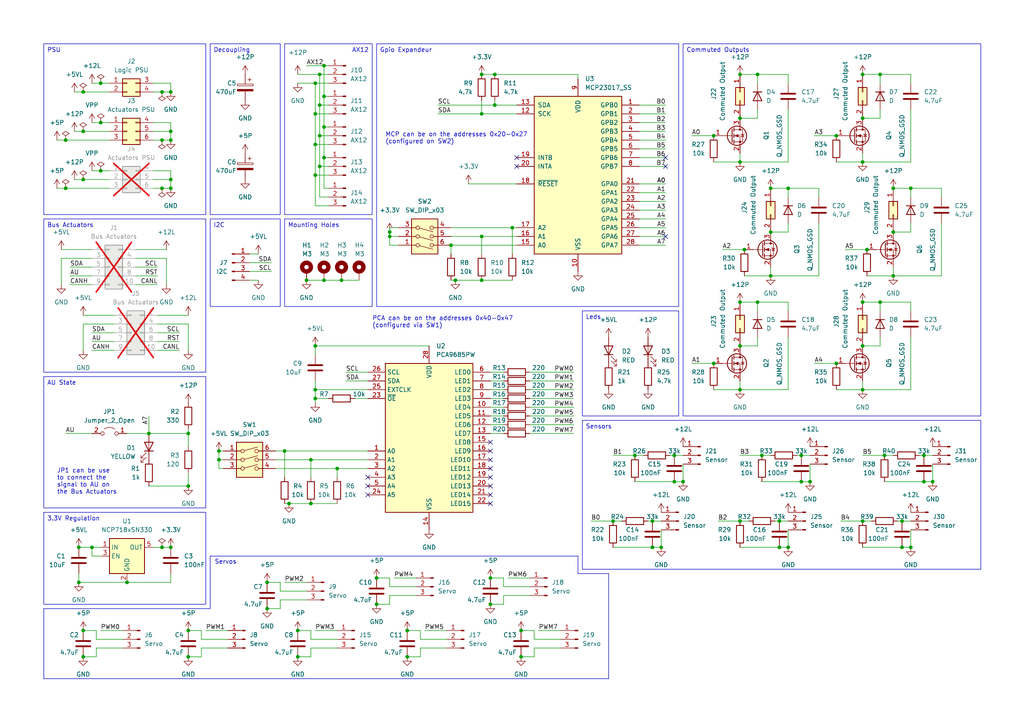
<source format=kicad_sch>
(kicad_sch (version 20230121) (generator eeschema)
  (paper "A4")
  (title_block (title "Carte Actionneurs") (date "2024-03-29") (rev "V3.0"))
  (junction (at 90.17 146.05))
  (junction (at 250.19 113.03))
  (junction (at 26.67 158.75))
  (junction (at 184.15 132.08))
  (junction (at 24.13 38.1))
  (junction (at 214.63 21.59))
  (junction (at 118.11 182.88))
  (junction (at 24.13 182.88))
  (junction (at 142.24 167.64))
  (junction (at 214.63 100.33))
  (junction (at 215.9 72.39))
  (junction (at 250.19 34.29))
  (junction (at 46.99 40.64))
  (junction (at 54.61 182.88))
  (junction (at 151.13 182.88))
  (junction (at 228.6 54.61))
  (junction (at 250.19 46.99))
  (junction (at 259.08 54.61))
  (junction (at 49.53 52.07))
  (junction (at 148.59 66.04))
  (junction (at 207.01 39.37))
  (junction (at 49.53 38.1))
  (junction (at 24.13 52.07))
  (junction (at 250.19 87.63))
  (junction (at 77.47 168.91))
  (junction (at 139.7 81.28))
  (junction (at 214.63 113.03))
  (junction (at 264.16 158.75))
  (junction (at 251.46 72.39))
  (junction (at 132.08 81.28))
  (junction (at 234.95 139.7))
  (junction (at 92.71 48.26))
  (junction (at 19.05 54.61))
  (junction (at 43.18 125.73))
  (junction (at 22.86 168.91))
  (junction (at 93.98 27.94))
  (junction (at 54.61 190.5))
  (junction (at 255.27 21.59))
  (junction (at 49.53 158.75))
  (junction (at 142.24 175.26))
  (junction (at 223.52 67.31))
  (junction (at 91.44 113.03))
  (junction (at 113.03 67.31))
  (junction (at 88.9 81.28))
  (junction (at 22.86 158.75))
  (junction (at 46.99 26.67))
  (junction (at 214.63 46.99))
  (junction (at 261.62 158.75))
  (junction (at 29.21 35.56))
  (junction (at 36.83 168.91))
  (junction (at 250.19 100.33))
  (junction (at 109.22 167.64))
  (junction (at 93.98 81.28))
  (junction (at 255.27 87.63))
  (junction (at 250.19 21.59))
  (junction (at 46.99 158.75))
  (junction (at 219.71 87.63))
  (junction (at 195.58 139.7))
  (junction (at 139.7 21.59))
  (junction (at 54.61 140.97))
  (junction (at 83.82 146.05))
  (junction (at 151.13 190.5))
  (junction (at 97.79 135.89))
  (junction (at 143.51 21.59))
  (junction (at 242.57 105.41))
  (junction (at 24.13 26.67))
  (junction (at 139.7 33.02))
  (junction (at 49.53 54.61))
  (junction (at 46.99 54.61))
  (junction (at 232.41 139.7))
  (junction (at 259.08 80.01))
  (junction (at 93.98 45.72))
  (junction (at 223.52 80.01))
  (junction (at 214.63 151.13))
  (junction (at 92.71 30.48))
  (junction (at 259.08 67.31))
  (junction (at 214.63 87.63))
  (junction (at 24.13 190.5))
  (junction (at 256.54 132.08))
  (junction (at 92.71 39.37))
  (junction (at 77.47 176.53))
  (junction (at 99.06 81.28))
  (junction (at 191.77 158.75))
  (junction (at 228.6 158.75))
  (junction (at 177.8 151.13))
  (junction (at 90.17 133.35))
  (junction (at 54.61 125.73))
  (junction (at 91.44 100.33))
  (junction (at 139.7 68.58))
  (junction (at 130.81 71.12))
  (junction (at 49.53 26.67))
  (junction (at 214.63 34.29))
  (junction (at 93.98 19.05))
  (junction (at 267.97 139.7))
  (junction (at 232.41 132.08))
  (junction (at 82.55 130.81))
  (junction (at 86.36 182.88))
  (junction (at 264.16 54.61))
  (junction (at 91.44 24.13))
  (junction (at 93.98 36.83))
  (junction (at 49.53 40.64))
  (junction (at 19.05 40.64))
  (junction (at 91.44 115.57))
  (junction (at 63.5 133.35))
  (junction (at 109.22 175.26))
  (junction (at 226.06 151.13))
  (junction (at 118.11 190.5))
  (junction (at 226.06 158.75))
  (junction (at 261.62 151.13))
  (junction (at 91.44 41.91))
  (junction (at 63.5 130.81))
  (junction (at 91.44 33.02))
  (junction (at 29.21 49.53))
  (junction (at 270.51 139.7))
  (junction (at 195.58 132.08))
  (junction (at 113.03 68.58))
  (junction (at 91.44 50.8))
  (junction (at 242.57 39.37))
  (junction (at 189.23 151.13))
  (junction (at 219.71 21.59))
  (junction (at 267.97 132.08))
  (junction (at 223.52 54.61))
  (junction (at 189.23 158.75))
  (junction (at 29.21 24.13))
  (junction (at 143.51 30.48))
  (junction (at 198.12 139.7))
  (junction (at 250.19 151.13))
  (junction (at 207.01 105.41))
  (junction (at 86.36 190.5))
  (junction (at 92.71 21.59))
  (junction (at 220.98 132.08))
  (no_connect (at 142.24 130.81))
  (no_connect (at 106.68 140.97))
  (no_connect (at 149.86 48.26))
  (no_connect (at 142.24 133.35))
  (no_connect (at 142.24 143.51))
  (no_connect (at 149.86 45.72))
  (no_connect (at 193.04 48.26))
  (no_connect (at 193.04 45.72))
  (no_connect (at 142.24 128.27))
  (no_connect (at 106.68 143.51))
  (no_connect (at 106.68 138.43))
  (no_connect (at 193.04 68.58))
  (no_connect (at 142.24 146.05))
  (no_connect (at 142.24 135.89))
  (no_connect (at 142.24 138.43))
  (no_connect (at 142.24 140.97))
  (wire (pts (xy 185.42 68.58) (xy 193.04 68.58)))
  (wire (pts (xy 226.06 151.13) (xy 228.6 151.13)))
  (wire (pts (xy 195.58 132.08) (xy 198.12 132.08)))
  (wire (pts (xy 82.55 146.05) (xy 83.82 146.05)))
  (wire (pts (xy 264.16 97.79) (xy 264.16 113.03)))
  (wire (pts (xy 26.67 161.29) (xy 29.21 161.29)))
  (wire (pts (xy 139.7 81.28) (xy 148.59 81.28)))
  (wire (pts (xy 22.86 158.75) (xy 26.67 158.75)))
  (wire (pts (xy 153.67 107.95) (xy 166.37 107.95)))
  (wire (pts (xy 130.81 71.12) (xy 149.86 71.12)))
  (wire (pts (xy 153.67 123.19) (xy 166.37 123.19)))
  (wire (pts (xy 250.19 151.13) (xy 252.73 151.13)))
  (wire (pts (xy 115.57 71.12) (xy 113.03 71.12)))
  (wire (pts (xy 146.05 167.64) (xy 142.24 167.64)))
  (wire (pts (xy 74.93 81.28) (xy 72.39 81.28)))
  (wire (pts (xy 121.92 182.88) (xy 118.11 182.88)))
  (wire (pts (xy 21.59 26.67) (xy 24.13 26.67)))
  (wire (pts (xy 91.44 110.49) (xy 91.44 113.03)))
  (wire (pts (xy 220.98 132.08) (xy 223.52 132.08)))
  (wire (pts (xy 88.9 81.28) (xy 93.98 81.28)))
  (wire (pts (xy 82.55 168.91) (xy 88.9 168.91)))
  (wire (pts (xy 59.69 182.88) (xy 66.04 182.88)))
  (wire (pts (xy 121.92 187.96) (xy 129.54 187.96)))
  (wire (pts (xy 151.13 190.5) (xy 154.94 190.5)))
  (wire (pts (xy 63.5 130.81) (xy 63.5 133.35)))
  (wire (pts (xy 49.53 52.07) (xy 49.53 49.53)))
  (wire (pts (xy 39.37 80.01) (xy 45.72 80.01)))
  (wire (pts (xy 215.9 80.01) (xy 223.52 80.01)))
  (wire (pts (xy 45.72 93.98) (xy 54.61 93.98)))
  (wire (pts (xy 223.52 80.01) (xy 223.52 77.47)))
  (wire (pts (xy 83.82 146.05) (xy 90.17 146.05)))
  (wire (pts (xy 129.54 185.42) (xy 121.92 185.42)))
  (wire (pts (xy 142.24 175.26) (xy 146.05 175.26)))
  (wire (pts (xy 93.98 45.72) (xy 95.25 45.72)))
  (wire (pts (xy 46.99 26.67) (xy 49.53 26.67)))
  (wire (pts (xy 143.51 30.48) (xy 149.86 30.48)))
  (wire (pts (xy 270.51 134.62) (xy 270.51 139.7)))
  (wire (pts (xy 220.98 139.7) (xy 232.41 139.7)))
  (wire (pts (xy 91.44 33.02) (xy 91.44 24.13)))
  (wire (pts (xy 91.44 100.33) (xy 91.44 102.87)))
  (wire (pts (xy 95.25 59.69) (xy 91.44 59.69)))
  (wire (pts (xy 208.28 151.13) (xy 214.63 151.13)))
  (wire (pts (xy 17.78 74.93) (xy 17.78 82.55)))
  (wire (pts (xy 143.51 21.59) (xy 167.64 21.59)))
  (wire (pts (xy 93.98 36.83) (xy 93.98 45.72)))
  (wire (pts (xy 214.63 87.63) (xy 219.71 87.63)))
  (wire (pts (xy 177.8 132.08) (xy 184.15 132.08)))
  (wire (pts (xy 24.13 93.98) (xy 24.13 101.6)))
  (wire (pts (xy 260.35 151.13) (xy 261.62 151.13)))
  (wire (pts (xy 54.61 137.16) (xy 54.61 140.97)))
  (wire (pts (xy 148.59 66.04) (xy 148.59 73.66)))
  (wire (pts (xy 26.67 99.06) (xy 33.02 99.06)))
  (wire (pts (xy 237.49 54.61) (xy 237.49 57.15)))
  (wire (pts (xy 92.71 48.26) (xy 92.71 57.15)))
  (wire (pts (xy 26.67 96.52) (xy 33.02 96.52)))
  (wire (pts (xy 142.24 107.95) (xy 146.05 107.95)))
  (wire (pts (xy 185.42 33.02) (xy 193.04 33.02)))
  (wire (pts (xy 91.44 41.91) (xy 95.25 41.91)))
  (wire (pts (xy 219.71 87.63) (xy 219.71 90.17)))
  (wire (pts (xy 63.5 133.35) (xy 63.5 135.89)))
  (wire (pts (xy 91.44 50.8) (xy 91.44 41.91)))
  (wire (pts (xy 46.99 40.64) (xy 49.53 40.64)))
  (wire (pts (xy 194.31 132.08) (xy 195.58 132.08)))
  (wire (pts (xy 33.02 93.98) (xy 24.13 93.98)))
  (wire (pts (xy 142.24 120.65) (xy 146.05 120.65)))
  (wire (pts (xy 66.04 185.42) (xy 58.42 185.42)))
  (wire (pts (xy 219.71 21.59) (xy 228.6 21.59)))
  (wire (pts (xy 46.99 158.75) (xy 49.53 158.75)))
  (wire (pts (xy 250.19 113.03) (xy 250.19 110.49)))
  (wire (pts (xy 156.21 182.88) (xy 162.56 182.88)))
  (wire (pts (xy 74.93 73.66) (xy 72.39 73.66)))
  (wire (pts (xy 146.05 170.18) (xy 146.05 167.64)))
  (wire (pts (xy 91.44 24.13) (xy 95.25 24.13)))
  (wire (pts (xy 185.42 35.56) (xy 193.04 35.56)))
  (wire (pts (xy 93.98 36.83) (xy 95.25 36.83)))
  (wire (pts (xy 261.62 158.75) (xy 264.16 158.75)))
  (wire (pts (xy 232.41 132.08) (xy 234.95 132.08)))
  (wire (pts (xy 184.15 139.7) (xy 195.58 139.7)))
  (wire (pts (xy 127 30.48) (xy 143.51 30.48)))
  (wire (pts (xy 214.63 151.13) (xy 217.17 151.13)))
  (wire (pts (xy 185.42 38.1) (xy 193.04 38.1)))
  (wire (pts (xy 17.78 72.39) (xy 26.67 72.39)))
  (wire (pts (xy 20.32 77.47) (xy 26.67 77.47)))
  (wire (pts (xy 200.66 105.41) (xy 207.01 105.41)))
  (wire (pts (xy 191.77 153.67) (xy 191.77 158.75)))
  (wire (pts (xy 90.17 187.96) (xy 97.79 187.96)))
  (wire (pts (xy 255.27 97.79) (xy 255.27 100.33)))
  (wire (pts (xy 132.08 81.28) (xy 139.7 81.28)))
  (wire (pts (xy 26.67 24.13) (xy 29.21 24.13)))
  (wire (pts (xy 81.28 176.53) (xy 81.28 173.99)))
  (wire (pts (xy 214.63 100.33) (xy 219.71 100.33)))
  (wire (pts (xy 130.81 66.04) (xy 148.59 66.04)))
  (wire (pts (xy 228.6 21.59) (xy 228.6 24.13)))
  (wire (pts (xy 16.51 54.61) (xy 19.05 54.61)))
  (wire (pts (xy 58.42 187.96) (xy 66.04 187.96)))
  (wire (pts (xy 234.95 134.62) (xy 234.95 139.7)))
  (wire (pts (xy 97.79 138.43) (xy 97.79 135.89)))
  (wire (pts (xy 80.01 133.35) (xy 90.17 133.35)))
  (wire (pts (xy 49.53 168.91) (xy 49.53 166.37)))
  (wire (pts (xy 223.52 67.31) (xy 228.6 67.31)))
  (wire (pts (xy 228.6 87.63) (xy 228.6 90.17)))
  (wire (pts (xy 135.89 53.34) (xy 149.86 53.34)))
  (wire (pts (xy 267.97 139.7) (xy 270.51 139.7)))
  (wire (pts (xy 228.6 64.77) (xy 228.6 67.31)))
  (wire (pts (xy 273.05 64.77) (xy 273.05 80.01)))
  (wire (pts (xy 78.74 78.74) (xy 72.39 78.74)))
  (polyline (pts (xy 60.96 161.29) (xy 167.64 161.29)))
  (wire (pts (xy 224.79 151.13) (xy 226.06 151.13)))
  (wire (pts (xy 189.23 158.75) (xy 191.77 158.75)))
  (wire (pts (xy 29.21 24.13) (xy 31.75 24.13)))
  (wire (pts (xy 223.52 54.61) (xy 228.6 54.61)))
  (wire (pts (xy 44.45 40.64) (xy 46.99 40.64)))
  (wire (pts (xy 24.13 190.5) (xy 27.94 190.5)))
  (wire (pts (xy 250.19 113.03) (xy 264.16 113.03)))
  (wire (pts (xy 27.94 185.42) (xy 27.94 182.88)))
  (wire (pts (xy 185.42 48.26) (xy 193.04 48.26)))
  (wire (pts (xy 232.41 139.7) (xy 234.95 139.7)))
  (wire (pts (xy 250.19 132.08) (xy 256.54 132.08)))
  (wire (pts (xy 237.49 64.77) (xy 237.49 80.01)))
  (wire (pts (xy 113.03 170.18) (xy 113.03 167.64)))
  (wire (pts (xy 256.54 132.08) (xy 259.08 132.08)))
  (polyline (pts (xy 176.53 196.85) (xy 12.7 196.85)))
  (wire (pts (xy 113.03 68.58) (xy 113.03 71.12)))
  (wire (pts (xy 171.45 151.13) (xy 177.8 151.13)))
  (wire (pts (xy 121.92 190.5) (xy 121.92 187.96)))
  (wire (pts (xy 91.44 182.88) (xy 97.79 182.88)))
  (wire (pts (xy 26.67 158.75) (xy 26.67 161.29)))
  (polyline (pts (xy 167.64 166.37) (xy 176.53 166.37)))
  (wire (pts (xy 80.01 130.81) (xy 82.55 130.81)))
  (wire (pts (xy 54.61 93.98) (xy 54.61 101.6)))
  (wire (pts (xy 185.42 53.34) (xy 193.04 53.34)))
  (wire (pts (xy 39.37 82.55) (xy 45.72 82.55)))
  (wire (pts (xy 49.53 24.13) (xy 49.53 26.67)))
  (wire (pts (xy 242.57 113.03) (xy 250.19 113.03)))
  (wire (pts (xy 21.59 52.07) (xy 24.13 52.07)))
  (wire (pts (xy 185.42 40.64) (xy 193.04 40.64)))
  (wire (pts (xy 81.28 168.91) (xy 77.47 168.91)))
  (wire (pts (xy 26.67 125.73) (xy 19.05 125.73)))
  (wire (pts (xy 264.16 64.77) (xy 264.16 67.31)))
  (wire (pts (xy 143.51 29.21) (xy 143.51 30.48)))
  (wire (pts (xy 228.6 54.61) (xy 228.6 57.15)))
  (wire (pts (xy 44.45 54.61) (xy 46.99 54.61)))
  (wire (pts (xy 185.42 55.88) (xy 193.04 55.88)))
  (wire (pts (xy 245.11 72.39) (xy 251.46 72.39)))
  (wire (pts (xy 259.08 54.61) (xy 264.16 54.61)))
  (wire (pts (xy 185.42 63.5) (xy 193.04 63.5)))
  (wire (pts (xy 45.72 96.52) (xy 52.07 96.52)))
  (wire (pts (xy 250.19 46.99) (xy 264.16 46.99)))
  (wire (pts (xy 123.19 182.88) (xy 129.54 182.88)))
  (wire (pts (xy 153.67 115.57) (xy 166.37 115.57)))
  (wire (pts (xy 255.27 31.75) (xy 255.27 34.29)))
  (wire (pts (xy 44.45 158.75) (xy 46.99 158.75)))
  (wire (pts (xy 167.64 21.59) (xy 167.64 22.86)))
  (wire (pts (xy 255.27 21.59) (xy 264.16 21.59)))
  (wire (pts (xy 273.05 54.61) (xy 273.05 57.15)))
  (wire (pts (xy 231.14 132.08) (xy 232.41 132.08)))
  (wire (pts (xy 118.11 190.5) (xy 121.92 190.5)))
  (wire (pts (xy 90.17 182.88) (xy 86.36 182.88)))
  (wire (pts (xy 162.56 185.42) (xy 154.94 185.42)))
  (wire (pts (xy 26.67 35.56) (xy 29.21 35.56)))
  (polyline (pts (xy 176.53 166.37) (xy 176.53 196.85)))
  (wire (pts (xy 228.6 31.75) (xy 228.6 46.99)))
  (wire (pts (xy 54.61 124.46) (xy 54.61 125.73)))
  (wire (pts (xy 219.71 21.59) (xy 219.71 24.13)))
  (wire (pts (xy 153.67 170.18) (xy 146.05 170.18)))
  (wire (pts (xy 146.05 175.26) (xy 146.05 172.72)))
  (wire (pts (xy 185.42 66.04) (xy 193.04 66.04)))
  (wire (pts (xy 250.19 100.33) (xy 255.27 100.33)))
  (wire (pts (xy 113.03 66.04) (xy 115.57 66.04)))
  (wire (pts (xy 93.98 19.05) (xy 93.98 27.94)))
  (wire (pts (xy 255.27 87.63) (xy 255.27 90.17)))
  (wire (pts (xy 259.08 80.01) (xy 273.05 80.01)))
  (wire (pts (xy 219.71 31.75) (xy 219.71 34.29)))
  (wire (pts (xy 92.71 21.59) (xy 86.36 21.59)))
  (wire (pts (xy 154.94 187.96) (xy 162.56 187.96)))
  (wire (pts (xy 113.03 66.04) (xy 113.03 67.31)))
  (wire (pts (xy 142.24 123.19) (xy 146.05 123.19)))
  (wire (pts (xy 20.32 82.55) (xy 26.67 82.55)))
  (wire (pts (xy 91.44 115.57) (xy 95.25 115.57)))
  (wire (pts (xy 24.13 52.07) (xy 31.75 52.07)))
  (wire (pts (xy 184.15 132.08) (xy 186.69 132.08)))
  (wire (pts (xy 91.44 113.03) (xy 91.44 115.57)))
  (wire (pts (xy 261.62 151.13) (xy 264.16 151.13)))
  (wire (pts (xy 100.33 110.49) (xy 106.68 110.49)))
  (wire (pts (xy 228.6 153.67) (xy 228.6 158.75)))
  (wire (pts (xy 185.42 43.18) (xy 193.04 43.18)))
  (wire (pts (xy 185.42 45.72) (xy 193.04 45.72)))
  (polyline (pts (xy 60.96 161.29) (xy 60.96 176.53)))
  (wire (pts (xy 58.42 190.5) (xy 58.42 187.96)))
  (wire (pts (xy 142.24 110.49) (xy 146.05 110.49)))
  (wire (pts (xy 22.86 168.91) (xy 36.83 168.91)))
  (wire (pts (xy 95.25 21.59) (xy 92.71 21.59)))
  (wire (pts (xy 97.79 185.42) (xy 90.17 185.42)))
  (wire (pts (xy 44.45 52.07) (xy 49.53 52.07)))
  (wire (pts (xy 99.06 81.28) (xy 104.14 81.28)))
  (wire (pts (xy 102.87 115.57) (xy 106.68 115.57)))
  (wire (pts (xy 113.03 175.26) (xy 113.03 172.72)))
  (wire (pts (xy 154.94 182.88) (xy 151.13 182.88)))
  (wire (pts (xy 214.63 113.03) (xy 228.6 113.03)))
  (wire (pts (xy 36.83 125.73) (xy 43.18 125.73)))
  (wire (pts (xy 113.03 172.72) (xy 120.65 172.72)))
  (wire (pts (xy 139.7 68.58) (xy 139.7 73.66)))
  (wire (pts (xy 250.19 158.75) (xy 261.62 158.75)))
  (wire (pts (xy 146.05 172.72) (xy 153.67 172.72)))
  (wire (pts (xy 78.74 76.2) (xy 72.39 76.2)))
  (wire (pts (xy 219.71 97.79) (xy 219.71 100.33)))
  (wire (pts (xy 142.24 115.57) (xy 146.05 115.57)))
  (wire (pts (xy 91.44 50.8) (xy 95.25 50.8)))
  (wire (pts (xy 185.42 60.96) (xy 193.04 60.96)))
  (wire (pts (xy 58.42 185.42) (xy 58.42 182.88)))
  (wire (pts (xy 49.53 40.64) (xy 49.53 38.1)))
  (wire (pts (xy 195.58 139.7) (xy 198.12 139.7)))
  (wire (pts (xy 264.16 54.61) (xy 273.05 54.61)))
  (wire (pts (xy 48.26 74.93) (xy 48.26 82.55)))
  (wire (pts (xy 54.61 140.97) (xy 43.18 140.97)))
  (wire (pts (xy 130.81 81.28) (xy 132.08 81.28)))
  (wire (pts (xy 142.24 125.73) (xy 146.05 125.73)))
  (wire (pts (xy 113.03 167.64) (xy 109.22 167.64)))
  (wire (pts (xy 242.57 46.99) (xy 250.19 46.99)))
  (wire (pts (xy 16.51 40.64) (xy 19.05 40.64)))
  (wire (pts (xy 236.22 39.37) (xy 242.57 39.37)))
  (wire (pts (xy 35.56 185.42) (xy 27.94 185.42)))
  (wire (pts (xy 91.44 100.33) (xy 124.46 100.33)))
  (wire (pts (xy 77.47 176.53) (xy 81.28 176.53)))
  (wire (pts (xy 90.17 133.35) (xy 106.68 133.35)))
  (wire (pts (xy 82.55 130.81) (xy 106.68 130.81)))
  (wire (pts (xy 93.98 19.05) (xy 88.9 19.05)))
  (wire (pts (xy 109.22 175.26) (xy 113.03 175.26)))
  (wire (pts (xy 139.7 29.21) (xy 139.7 33.02)))
  (polyline (pts (xy 12.7 196.85) (xy 12.7 176.53)))
  (wire (pts (xy 153.67 113.03) (xy 166.37 113.03)))
  (wire (pts (xy 58.42 182.88) (xy 54.61 182.88)))
  (wire (pts (xy 153.67 118.11) (xy 166.37 118.11)))
  (wire (pts (xy 121.92 185.42) (xy 121.92 182.88)))
  (wire (pts (xy 26.67 74.93) (xy 17.78 74.93)))
  (wire (pts (xy 266.7 132.08) (xy 267.97 132.08)))
  (wire (pts (xy 44.45 26.67) (xy 46.99 26.67)))
  (wire (pts (xy 49.53 49.53) (xy 44.45 49.53)))
  (wire (pts (xy 19.05 40.64) (xy 31.75 40.64)))
  (wire (pts (xy 29.21 35.56) (xy 31.75 35.56)))
  (wire (pts (xy 114.3 167.64) (xy 120.65 167.64)))
  (wire (pts (xy 255.27 21.59) (xy 255.27 24.13)))
  (wire (pts (xy 214.63 46.99) (xy 214.63 44.45)))
  (wire (pts (xy 91.44 41.91) (xy 91.44 33.02)))
  (wire (pts (xy 264.16 153.67) (xy 264.16 158.75)))
  (wire (pts (xy 92.71 57.15) (xy 95.25 57.15)))
  (wire (pts (xy 250.19 87.63) (xy 255.27 87.63)))
  (wire (pts (xy 207.01 113.03) (xy 214.63 113.03)))
  (wire (pts (xy 36.83 168.91) (xy 49.53 168.91)))
  (wire (pts (xy 22.86 166.37) (xy 22.86 168.91)))
  (wire (pts (xy 185.42 58.42) (xy 193.04 58.42)))
  (wire (pts (xy 54.61 190.5) (xy 58.42 190.5)))
  (polyline (pts (xy 167.64 161.29) (xy 167.64 166.37)))
  (wire (pts (xy 130.81 71.12) (xy 130.81 73.66)))
  (wire (pts (xy 90.17 190.5) (xy 90.17 187.96)))
  (wire (pts (xy 49.53 54.61) (xy 49.53 52.07)))
  (wire (pts (xy 153.67 125.73) (xy 166.37 125.73)))
  (wire (pts (xy 81.28 173.99) (xy 88.9 173.99)))
  (wire (pts (xy 177.8 158.75) (xy 189.23 158.75)))
  (wire (pts (xy 214.63 46.99) (xy 228.6 46.99)))
  (wire (pts (xy 19.05 54.61) (xy 31.75 54.61)))
  (wire (pts (xy 153.67 120.65) (xy 166.37 120.65)))
  (wire (pts (xy 93.98 27.94) (xy 93.98 36.83)))
  (wire (pts (xy 153.67 110.49) (xy 166.37 110.49)))
  (wire (pts (xy 214.63 113.03) (xy 214.63 110.49)))
  (wire (pts (xy 92.71 21.59) (xy 92.71 30.48)))
  (wire (pts (xy 189.23 151.13) (xy 191.77 151.13)))
  (wire (pts (xy 236.22 105.41) (xy 242.57 105.41)))
  (wire (pts (xy 214.63 34.29) (xy 219.71 34.29)))
  (wire (pts (xy 264.16 87.63) (xy 264.16 90.17)))
  (wire (pts (xy 92.71 48.26) (xy 95.25 48.26)))
  (wire (pts (xy 187.96 151.13) (xy 189.23 151.13)))
  (wire (pts (xy 250.19 21.59) (xy 255.27 21.59)))
  (wire (pts (xy 113.03 68.58) (xy 113.03 67.31)))
  (wire (pts (xy 90.17 146.05) (xy 97.79 146.05)))
  (wire (pts (xy 92.71 39.37) (xy 92.71 48.26)))
  (wire (pts (xy 255.27 87.63) (xy 264.16 87.63)))
  (wire (pts (xy 226.06 158.75) (xy 228.6 158.75)))
  (wire (pts (xy 250.19 46.99) (xy 250.19 44.45)))
  (wire (pts (xy 91.44 115.57) (xy 91.44 116.84)))
  (wire (pts (xy 26.67 158.75) (xy 29.21 158.75)))
  (wire (pts (xy 91.44 59.69) (xy 91.44 50.8)))
  (wire (pts (xy 26.67 101.6) (xy 33.02 101.6)))
  (wire (pts (xy 259.08 67.31) (xy 264.16 67.31)))
  (wire (pts (xy 185.42 71.12) (xy 193.04 71.12)))
  (wire (pts (xy 45.72 99.06) (xy 52.07 99.06)))
  (wire (pts (xy 24.13 91.44) (xy 33.02 91.44)))
  (wire (pts (xy 142.24 113.03) (xy 146.05 113.03)))
  (wire (pts (xy 82.55 130.81) (xy 82.55 138.43)))
  (wire (pts (xy 49.53 38.1) (xy 49.53 35.56)))
  (wire (pts (xy 139.7 68.58) (xy 149.86 68.58)))
  (wire (pts (xy 64.77 135.89) (xy 63.5 135.89)))
  (wire (pts (xy 147.32 167.64) (xy 153.67 167.64)))
  (wire (pts (xy 250.19 34.29) (xy 255.27 34.29)))
  (wire (pts (xy 154.94 185.42) (xy 154.94 182.88)))
  (wire (pts (xy 139.7 21.59) (xy 143.51 21.59)))
  (wire (pts (xy 207.01 46.99) (xy 214.63 46.99)))
  (wire (pts (xy 44.45 24.13) (xy 49.53 24.13)))
  (wire (pts (xy 139.7 33.02) (xy 149.86 33.02)))
  (wire (pts (xy 93.98 45.72) (xy 93.98 54.61)))
  (wire (pts (xy 251.46 80.01) (xy 259.08 80.01)))
  (wire (pts (xy 127 33.02) (xy 139.7 33.02)))
  (wire (pts (xy 29.21 182.88) (xy 35.56 182.88)))
  (wire (pts (xy 86.36 24.13) (xy 91.44 24.13)))
  (wire (pts (xy 27.94 182.88) (xy 24.13 182.88)))
  (wire (pts (xy 97.79 135.89) (xy 106.68 135.89)))
  (wire (pts (xy 49.53 35.56) (xy 44.45 35.56)))
  (wire (pts (xy 264.16 54.61) (xy 264.16 57.15)))
  (wire (pts (xy 86.36 190.5) (xy 90.17 190.5)))
  (wire (pts (xy 264.16 31.75) (xy 264.16 46.99)))
  (wire (pts (xy 45.72 91.44) (xy 54.61 91.44)))
  (wire (pts (xy 209.55 72.39) (xy 215.9 72.39)))
  (wire (pts (xy 21.59 38.1) (xy 24.13 38.1)))
  (wire (pts (xy 63.5 130.81) (xy 64.77 130.81)))
  (wire (pts (xy 39.37 72.39) (xy 48.26 72.39)))
  (wire (pts (xy 90.17 138.43) (xy 90.17 133.35)))
  (wire (pts (xy 91.44 33.02) (xy 95.25 33.02)))
  (wire (pts (xy 214.63 158.75) (xy 226.06 158.75)))
  (wire (pts (xy 219.71 87.63) (xy 228.6 87.63)))
  (wire (pts (xy 200.66 39.37) (xy 207.01 39.37)))
  (wire (pts (xy 142.24 118.11) (xy 146.05 118.11)))
  (wire (pts (xy 267.97 132.08) (xy 270.51 132.08)))
  (wire (pts (xy 106.68 113.03) (xy 91.44 113.03)))
  (wire (pts (xy 29.21 49.53) (xy 31.75 49.53)))
  (wire (pts (xy 90.17 185.42) (xy 90.17 182.88)))
  (wire (pts (xy 39.37 77.47) (xy 45.72 77.47)))
  (wire (pts (xy 44.45 38.1) (xy 49.53 38.1)))
  (wire (pts (xy 256.54 139.7) (xy 267.97 139.7)))
  (wire (pts (xy 80.01 135.89) (xy 97.79 135.89)))
  (wire (pts (xy 27.94 187.96) (xy 35.56 187.96)))
  (wire (pts (xy 185.42 30.48) (xy 193.04 30.48)))
  (wire (pts (xy 43.18 120.65) (xy 43.18 125.73)))
  (wire (pts (xy 45.72 101.6) (xy 52.07 101.6)))
  (wire (pts (xy 92.71 30.48) (xy 95.25 30.48)))
  (wire (pts (xy 92.71 30.48) (xy 92.71 39.37)))
  (wire (pts (xy 120.65 170.18) (xy 113.03 170.18)))
  (wire (pts (xy 100.33 107.95) (xy 106.68 107.95)))
  (wire (pts (xy 198.12 134.62) (xy 198.12 139.7)))
  (wire (pts (xy 214.63 21.59) (xy 219.71 21.59)))
  (wire (pts (xy 259.08 80.01) (xy 259.08 77.47)))
  (polyline (pts (xy 12.7 176.53) (xy 60.96 176.53)))
  (wire (pts (xy 177.8 151.13) (xy 180.34 151.13)))
  (wire (pts (xy 24.13 26.67) (xy 31.75 26.67)))
  (wire (pts (xy 95.25 54.61) (xy 93.98 54.61)))
  (wire (pts (xy 243.84 151.13) (xy 250.19 151.13)))
  (wire (pts (xy 92.71 39.37) (xy 95.25 39.37)))
  (wire (pts (xy 26.67 49.53) (xy 29.21 49.53)))
  (wire (pts (xy 214.63 132.08) (xy 220.98 132.08)))
  (wire (pts (xy 113.03 68.58) (xy 115.57 68.58)))
  (wire (pts (xy 20.32 80.01) (xy 26.67 80.01)))
  (wire (pts (xy 223.52 80.01) (xy 237.49 80.01)))
  (wire (pts (xy 130.81 68.58) (xy 139.7 68.58)))
  (wire (pts (xy 93.98 27.94) (xy 95.25 27.94)))
  (wire (pts (xy 27.94 190.5) (xy 27.94 187.96)))
  (wire (pts (xy 54.61 125.73) (xy 54.61 129.54)))
  (wire (pts (xy 228.6 97.79) (xy 228.6 113.03)))
  (wire (pts (xy 39.37 74.93) (xy 48.26 74.93)))
  (wire (pts (xy 63.5 133.35) (xy 64.77 133.35)))
  (wire (pts (xy 95.25 19.05) (xy 93.98 19.05)))
  (wire (pts (xy 228.6 54.61) (xy 237.49 54.61)))
  (wire (pts (xy 88.9 171.45) (xy 81.28 171.45)))
  (wire (pts (xy 46.99 54.61) (xy 49.53 54.61)))
  (wire (pts (xy 264.16 21.59) (xy 264.16 24.13)))
  (wire (pts (xy 154.94 190.5) (xy 154.94 187.96)))
  (wire (pts (xy 81.28 171.45) (xy 81.28 168.91)))
  (wire (pts (xy 93.98 81.28) (xy 99.06 81.28)))
  (wire (pts (xy 148.59 66.04) (xy 149.86 66.04)))
  (wire (pts (xy 24.13 38.1) (xy 31.75 38.1)))
  (wire (pts (xy 54.61 125.73) (xy 43.18 125.73)))
  (text_box "Decoupling" (at 60.96 12.7 0) (size 20.32 49.53) (effects (font (size 1.27 1.27)) (justify left top)))
  (text_box "AU State" (at 12.7 109.22 0) (size 46.99 38.1) (effects (font (size 1.27 1.27)) (justify left top)))
  (text_box "3.3V Regulation" (at 12.7 148.59 0) (size 46.99 26.67) (effects (font (size 1.27 1.27)) (justify left top)))
  (text_box "AX12" (at 82.55 12.7 0) (size 25.4 49.53) (effects (font (size 1.27 1.27)) (justify right top)))
  (text_box "Gpio Expandeur" (at 109.22 12.7 0) (size 87.63 76.2) (effects (font (size 1.27 1.27)) (justify left top)))
  (text_box "Bus Actuators" (at 12.7 63.5 0) (size 46.99 44.45) (effects (font (size 1.27 1.27)) (justify left top)))
  (text_box "PSU" (at 12.7 12.7 0) (size 46.99 49.53) (effects (font (size 1.27 1.27)) (justify left top)))
  (text_box "Sensors" (at 168.91 121.92 0) (size 115.57 43.18) (effects (font (size 1.27 1.27)) (justify left top)))
  (text_box "Commuted Outputs" (at 198.12 12.7 0) (size 86.36 107.95) (effects (font (size 1.27 1.27)) (justify left top)))
  (text_box "I2C" (at 60.96 63.5 0) (size 20.32 25.4) (effects (font (size 1.27 1.27)) (justify left top)))
  (text_box "Leds" (at 168.91 90.17 0) (size 27.94 30.48) (effects (font (size 1.27 1.27)) (justify left top)))
  (text_box "Mounting Holes" (at 82.55 63.5 0) (size 25.4 25.4) (effects (font (size 1.27 1.27)) (justify left top)))
  (text "JP1 can be use\nto connect the\nsignal to AU on\nthe Bus Actuators" (at 16.51 143.51 0) (effects (font (size 1.27 1.27)) (justify left bottom)))
  (text "MCP can be on the addresses 0x20-0x27\n(configured on SW2)" (at 111.76 41.91 0) (effects (font (size 1.27 1.27)) (justify left bottom)))
  (text "PCA can be on the addresses 0x40-0x47\n(configured via SW1)" (at 107.95 95.25 0) (effects (font (size 1.27 1.27)) (justify left bottom)))
  (text "Servos" (at 62.23 163.83 0) (effects (font (size 1.27 1.27)) (justify left bottom)))
  (label "B0" (at 193.04 30.48 180))
  (label "RST" (at 52.07 99.06 180))
  (label "B5" (at 250.19 132.08 0))
  (label "RST" (at 45.72 80.01 180))
  (label "A4" (at 236.22 105.41 0))
  (label "A5" (at 193.04 66.04 180))
  (label "B2" (at 208.28 151.13 0))
  (label "SCL" (at 52.07 96.52 180))
  (label "SDA" (at 20.32 77.47 0))
  (label "B4" (at 193.04 40.64 180))
  (label "SDA" (at 100.33 110.49 0))
  (label "PWM6" (at 147.32 167.64 0))
  (label "A0" (at 193.04 53.34 180))
  (label "A4" (at 193.04 63.5 180))
  (label "A0" (at 200.66 39.37 0))
  (label "A1" (at 193.04 55.88 180))
  (label "B5" (at 193.04 43.18 180))
  (label "PWM1" (at 59.69 182.88 0))
  (label "AX12" (at 88.9 19.05 0))
  (label "A7" (at 193.04 71.12 180))
  (label "PWM4" (at 114.3 167.64 0))
  (label "PWM0" (at 29.21 182.88 0))
  (label "PWM2" (at 82.55 168.91 0))
  (label "SCL" (at 100.33 107.95 0))
  (label "B1" (at 193.04 33.02 180))
  (label "A0" (at 193.04 53.34 180))
  (label "B4" (at 243.84 151.13 0))
  (label "PWM3" (at 91.44 182.88 0))
  (label "CANH" (at 26.67 101.6 0))
  (label "PWM7" (at 166.37 125.73 180))
  (label "A5" (at 245.11 72.39 0))
  (label "B0" (at 171.45 151.13 0))
  (label "A2" (at 193.04 58.42 180))
  (label "B6" (at 193.04 45.72 180))
  (label "B3" (at 214.63 132.08 0))
  (label "CANL" (at 52.07 101.6 180))
  (label "SDA" (at 127 33.02 0))
  (label "PWM5" (at 123.19 182.88 0))
  (label "AU" (at 26.67 99.06 0))
  (label "AU" (at 20.32 80.01 0))
  (label "A1" (at 200.66 105.41 0))
  (label "A2" (at 209.55 72.39 0))
  (label "PWM7" (at 156.21 182.88 0))
  (label "B1" (at 177.8 132.08 0))
  (label "B2" (at 193.04 35.56 180))
  (label "SCL" (at 78.74 78.74 180))
  (label "SCL" (at 45.72 77.47 180))
  (label "PWM3" (at 166.37 115.57 180))
  (label "AU" (at 19.05 125.73 0))
  (label "PWM1" (at 166.37 110.49 180))
  (label "CANH" (at 20.32 82.55 0))
  (label "A7" (at 43.18 120.65 270))
  (label "PWM2" (at 166.37 113.03 180))
  (label "SCL" (at 127 30.48 0))
  (label "PWM0" (at 166.37 107.95 180))
  (label "A6" (at 193.04 68.58 180))
  (label "A3" (at 193.04 60.96 180))
  (label "SDA" (at 26.67 96.52 0))
  (label "SDA" (at 78.74 76.2 180))
  (label "PWM5" (at 166.37 120.65 180))
  (label "PWM6" (at 166.37 123.19 180))
  (label "B3" (at 193.04 38.1 180))
  (label "A3" (at 236.22 39.37 0))
  (label "B7" (at 193.04 48.26 180))
  (label "CANL" (at 45.72 82.55 180))
  (label "PWM4" (at 166.37 118.11 180))
  (symbol (lib_id "Device:R") (at 149.86 110.49 90) (unit 1)
    (property "Reference" "R14" (at 144.78 109.22 90))
    (property "Value" "220" (at 156.21 109.22 90))
    (property "Footprint" "Resistor_SMD:R_0603_1608Metric" (effects hide))
  )
  (symbol (lib_id "power:GND") (at 250.19 46.99 0) (unit 1)
    (property "Reference" "#PWR079" (effects hide))
    (property "Value" "GND" (at 250.19 52.07 0))
  )
  (symbol (lib_id "Device:R") (at 143.51 25.4 0) (unit 1)
    (property "Reference" "R11" (at 146.05 24.13 0) (effects (justify left)))
    (property "Value" "4.7k" (at 146.05 26.67 0) (effects (justify left)))
    (property "Footprint" "Resistor_SMD:R_0603_1608Metric" (effects hide))
  )
  (symbol (lib_id "power:GND") (at 54.61 101.6 0) (unit 1)
    (property "Reference" "#PWR024" (effects hide))
    (property "Value" "GND" (at 54.61 106.68 0))
  )
  (symbol (lib_id "power:+5P") (at 142.24 167.64 0) (unit 1)
    (property "Reference" "#PWR055" (effects hide))
    (property "Value" "+5P" (at 142.24 162.56 0))
  )
  (symbol (lib_id "power:GND") (at 83.82 146.05 0) (unit 1)
    (property "Reference" "#PWR038" (effects hide))
    (property "Value" "GND" (at 83.82 151.13 0))
  )
  (symbol (lib_id "Device:R") (at 184.15 135.89 0) (mirror x) (unit 1)
    (property "Reference" "R23" (at 181.61 134.6199 0) (effects (justify right)))
    (property "Value" "10k" (at 181.61 137.1599 0) (effects (justify right)))
    (property "Footprint" "Resistor_SMD:R_0603_1608Metric" (effects hide))
  )
  (symbol (lib_id "power:PWR_FLAG") (at 46.99 40.64 180) (unit 1)
    (property "Reference" "#FLG010" (effects hide))
    (property "Value" "PWR_FLAG" (effects hide))
  )
  (symbol (lib_id "Device:C_Polarized") (at 71.12 48.26 0) (mirror y) (unit 1)
    (property "Reference" "C6" (at 68.58 46.99 0) (effects (justify left)))
    (property "Value" "470uF" (at 68.58 49.53 0) (effects (justify left)))
    (property "Footprint" "Capacitor_THT:CP_Radial_D10.0mm_P5.00mm" (effects hide))
  )
  (symbol (lib_id "power:+12L") (at 48.26 72.39 0) (unit 1)
    (property "Reference" "#PWR017" (effects hide))
    (property "Value" "+12L" (at 48.26 67.31 0))
  )
  (symbol (lib_id "Device:C") (at 273.05 60.96 0) (unit 1)
    (property "Reference" "C25" (at 276.86 59.69 0) (effects (justify left)))
    (property "Value" "4.7uF" (at 276.86 62.23 0) (effects (justify left)))
    (property "Footprint" "Capacitor_SMD:C_0603_1608Metric" (effects hide))
  )
  (symbol (lib_id "power:VPP") (at 26.67 49.53 0) (unit 1)
    (property "Reference" "#PWR016" (effects hide))
    (property "Value" "VPP" (at 26.67 44.45 0))
  )
  (symbol (lib_id "power:+5VL") (at 91.44 100.33 0) (unit 1)
    (property "Reference" "#PWR044" (effects hide))
    (property "Value" "+5VL" (at 91.44 95.25 0))
  )
  (symbol (lib_id "power:GND") (at 86.36 24.13 0) (unit 1)
    (property "Reference" "#PWR040" (effects hide))
    (property "Value" "GND" (at 86.36 29.21 0))
  )
  (symbol (lib_id "power:+5P") (at 151.13 182.88 0) (unit 1)
    (property "Reference" "#PWR057" (effects hide))
    (property "Value" "+5P" (at 151.13 177.8 0))
  )
  (symbol (lib_id "Device:R") (at 207.01 43.18 0) (mirror y) (unit 1)
    (property "Reference" "R27" (at 204.47 41.9099 0) (effects (justify left)))
    (property "Value" "10k" (at 204.47 44.4499 0) (effects (justify left)))
    (property "Footprint" "Resistor_SMD:R_0603_1608Metric" (effects hide))
  )
  (symbol (lib_id "power:+12P") (at 214.63 87.63 0) (unit 1)
    (property "Reference" "#PWR070" (effects hide))
    (property "Value" "+12P" (at 214.63 82.55 0))
  )
  (symbol (lib_id "Device:C") (at 267.97 135.89 0) (mirror x) (unit 1)
    (property "Reference" "C24" (at 264.16 134.6199 0) (effects (justify right)))
    (property "Value" "100nF" (at 264.16 137.1599 0) (effects (justify right)))
    (property "Footprint" "Capacitor_SMD:C_0603_1608Metric" (effects hide))
  )
  (symbol (lib_id "power:PWR_FLAG") (at 46.99 54.61 180) (unit 1)
    (property "Reference" "#FLG011" (effects hide))
    (property "Value" "PWR_FLAG" (effects hide))
  )
  (symbol (lib_id "Device:R") (at 220.98 151.13 90) (unit 1)
    (property "Reference" "R32" (at 215.9 149.86 90))
    (property "Value" "33k" (at 226.06 149.86 90))
    (property "Footprint" "Resistor_SMD:R_0603_1608Metric" (effects hide))
  )
  (symbol (lib_id "Connector_Generic:Conn_02x01") (at 250.19 92.71 90) (mirror x) (unit 1)
    (property "Reference" "J28" (at 242.57 91.44 0) (effects (justify left)))
    (property "Value" "Commuted Output" (at 245.11 83.82 0) (effects (justify left)))
    (property "Footprint" "ConnectorsEvo:66200221124" (effects hide))
  )
  (symbol (lib_id "Connector_Generic:Conn_02x01") (at 223.52 59.69 90) (mirror x) (unit 1)
    (property "Reference" "J24" (at 215.9 58.42 0) (effects (justify left)))
    (property "Value" "Commuted Output" (at 218.44 50.8 0) (effects (justify left)))
    (property "Footprint" "ConnectorsEvo:66200221124" (effects hide))
  )
  (symbol (lib_id "power:PWR_FLAG") (at 29.21 35.56 0) (unit 1)
    (property "Reference" "#FLG07" (effects hide))
    (property "Value" "PWR_FLAG" (effects hide))
  )
  (symbol (lib_id "Device:R") (at 215.9 76.2 0) (mirror y) (unit 1)
    (property "Reference" "R30" (at 213.36 74.9299 0) (effects (justify left)))
    (property "Value" "10k" (at 213.36 77.4699 0) (effects (justify left)))
    (property "Footprint" "Resistor_SMD:R_0603_1608Metric" (effects hide))
  )
  (symbol (lib_id "Regulator_Linear:NCP718xSN330") (at 36.83 161.29 0) (unit 1)
    (property "Reference" "U1" (at 36.83 151.13 0))
    (property "Value" "NCP718xSN330" (at 36.83 153.67 0))
    (property "Footprint" "Package_TO_SOT_SMD:SOT-23-5" (effects hide))
    (property "Datasheet" "https://www.onsemi.com/pub/Collateral/NCP718-D.PDF" (effects hide))
  )
  (symbol (lib_id "Device:R") (at 177.8 154.94 0) (mirror x) (unit 1)
    (property "Reference" "R22" (at 175.26 153.6699 0) (effects (justify right)))
    (property "Value" "10k" (at 175.26 156.2099 0) (effects (justify right)))
    (property "Footprint" "Resistor_SMD:R_0603_1608Metric" (effects hide))
  )
  (symbol (lib_id "Device:R") (at 149.86 123.19 90) (unit 1)
    (property "Reference" "R19" (at 144.78 121.92 90))
    (property "Value" "220" (at 156.21 121.92 90))
    (property "Footprint" "Resistor_SMD:R_0603_1608Metric" (effects hide))
  )
  (symbol (lib_id "Device:R") (at 227.33 132.08 90) (unit 1)
    (property "Reference" "R33" (at 222.25 130.81 90))
    (property "Value" "33k" (at 232.41 130.81 90))
    (property "Footprint" "Resistor_SMD:R_0603_1608Metric" (effects hide))
  )
  (symbol (lib_id "Device:R") (at 139.7 25.4 0) (mirror y) (unit 1)
    (property "Reference" "R9" (at 137.16 24.13 0) (effects (justify left)))
    (property "Value" "4.7k" (at 137.16 26.67 0) (effects (justify left)))
    (property "Footprint" "Resistor_SMD:R_0603_1608Metric" (effects hide))
  )
  (symbol (lib_id "power:+5VL") (at 17.78 72.39 0) (unit 1)
    (property "Reference" "#PWR03" (effects hide))
    (property "Value" "+5VL" (at 17.78 67.31 0))
  )
  (symbol (lib_id "power:PWR_FLAG") (at 29.21 24.13 0) (unit 1)
    (property "Reference" "#FLG06" (effects hide))
    (property "Value" "PWR_FLAG" (effects hide))
  )
  (symbol (lib_id "power:GND") (at 250.19 113.03 0) (unit 1)
    (property "Reference" "#PWR081" (effects hide))
    (property "Value" "GND" (at 250.19 118.11 0))
  )
  (symbol (lib_id "Switch:SW_DIP_x03") (at 72.39 135.89 0) (unit 1)
    (property "Reference" "SW1" (at 72.39 123.19 0))
    (property "Value" "SW_DIP_x03" (at 72.39 125.73 0))
    (property "Footprint" "Button_Switch_SMD:SW_DIP_SPSTx03_Slide_KingTek_DSHP03TS_W7.62mm_P1.27mm" (effects hide))
  )
  (symbol (lib_id "power:VPP") (at 26.67 35.56 0) (unit 1)
    (property "Reference" "#PWR015" (effects hide))
    (property "Value" "VPP" (at 26.67 30.48 0))
  )
  (symbol (lib_id "Device:R") (at 251.46 76.2 0) (mirror y) (unit 1)
    (property "Reference" "R37" (at 248.92 74.9299 0) (effects (justify left)))
    (property "Value" "10k" (at 248.92 77.4699 0) (effects (justify left)))
    (property "Footprint" "Resistor_SMD:R_0603_1608Metric" (effects hide))
  )
  (symbol (lib_id "Connector:Conn_01x03_Pin") (at 233.68 151.13 0) (mirror y) (unit 1)
    (property "Reference" "J25" (at 234.95 149.86 0) (effects (justify right)))
    (property "Value" "Sensor" (at 234.95 152.4 0) (effects (justify right)))
    (property "Footprint" "ConnectorsEvo:B03B-PASK" (effects hide))
  )
  (symbol (lib_id "Device:Q_NMOS_GSD") (at 220.98 72.39 0) (unit 1)
    (property "Reference" "Q3" (at 231.14 73.66 90) (effects (justify left)))
    (property "Value" "Q_NMOS_GSD" (at 234.95 78.74 90) (effects (justify left)))
    (property "Footprint" "Package_TO_SOT_SMD:SOT-23" (effects hide))
  )
  (symbol (lib_id "power:+12P") (at 54.61 116.84 0) (mirror y) (unit 1)
    (property "Reference" "#PWR025" (effects hide))
    (property "Value" "+12P" (at 54.61 111.76 0))
  )
  (symbol (lib_id "Device:D") (at 264.16 60.96 270) (unit 1)
    (property "Reference" "D9" (at 266.7 59.69 90) (effects (justify left)))
    (property "Value" "D" (at 266.7 62.23 90) (effects (justify left)))
    (property "Footprint" "Diode_SMD:D_SMB" (effects hide))
    (property "Sim.Device" "D" (effects hide))
    (property "Sim.Pins" "1=K 2=A" (effects hide))
  )
  (symbol (lib_id "Device:R") (at 149.86 115.57 90) (unit 1)
    (property "Reference" "R16" (at 144.78 114.3 90))
    (property "Value" "220" (at 156.21 114.3 90))
    (property "Footprint" "Resistor_SMD:R_0603_1608Metric" (effects hide))
  )
  (symbol (lib_id "power:+12L") (at 54.61 91.44 0) (unit 1)
    (property "Reference" "#PWR023" (effects hide))
    (property "Value" "+12L" (at 54.61 86.36 0))
  )
  (symbol (lib_id "Device:R") (at 207.01 109.22 0) (mirror y) (unit 1)
    (property "Reference" "R28" (at 204.47 107.9499 0) (effects (justify left)))
    (property "Value" "10k" (at 204.47 110.4899 0) (effects (justify left)))
    (property "Footprint" "Resistor_SMD:R_0603_1608Metric" (effects hide))
  )
  (symbol (lib_id "Device:R") (at 149.86 113.03 90) (unit 1)
    (property "Reference" "R15" (at 144.78 111.76 90))
    (property "Value" "220" (at 156.21 111.76 90))
    (property "Footprint" "Resistor_SMD:R_0603_1608Metric" (effects hide))
  )
  (symbol (lib_id "power:+12L") (at 198.12 129.54 0) (unit 1)
    (property "Reference" "#PWR066" (effects hide))
    (property "Value" "+12L" (at 198.12 124.46 0))
  )
  (symbol (lib_id "Connector_Generic:Conn_02x01") (at 214.63 26.67 90) (mirror x) (unit 1)
    (property "Reference" "J22" (at 207.01 25.4 0) (effects (justify left)))
    (property "Value" "Commuted Output" (at 209.55 17.78 0) (effects (justify left)))
    (property "Footprint" "ConnectorsEvo:66200221124" (effects hide))
  )
  (symbol (lib_id "Device:R") (at 262.89 132.08 90) (unit 1)
    (property "Reference" "R40" (at 257.81 130.81 90))
    (property "Value" "33k" (at 267.97 130.81 90))
    (property "Footprint" "Resistor_SMD:R_0603_1608Metric" (effects hide))
  )
  (symbol (lib_id "Device:R") (at 187.96 109.22 0) (unit 1)
    (property "Reference" "R25" (at 190.5 107.95 0) (effects (justify left)))
    (property "Value" "4.7k" (at 190.5 110.49 0) (effects (justify left)))
    (property "Footprint" "Resistor_SMD:R_0603_1608Metric" (effects hide))
  )
  (symbol (lib_id "Device:R") (at 97.79 142.24 0) (unit 1)
    (property "Reference" "R6" (at 101.6 140.97 0))
    (property "Value" "10k" (at 101.6 143.51 0))
    (property "Footprint" "Resistor_SMD:R_0603_1608Metric" (effects hide))
  )
  (symbol (lib_id "Device:C") (at 118.11 186.69 0) (mirror y) (unit 1)
    (property "Reference" "C11" (at 116.84 184.15 0) (effects (justify left)))
    (property "Value" "4.7uF" (at 116.84 189.23 0) (effects (justify left)))
    (property "Footprint" "Capacitor_SMD:C_0603_1608Metric" (effects hide))
  )
  (symbol (lib_id "Connector:Conn_01x03_Pin") (at 100.33 21.59 0) (mirror y) (unit 1)
    (property "Reference" "J10" (at 101.6 20.32 0) (effects (justify right)))
    (property "Value" "AX12" (at 101.6 22.86 0) (effects (justify right)))
    (property "Footprint" "ConnectorsEvo:22-03-5035" (effects hide))
  )
  (symbol (lib_id "Connector_Generic:Conn_02x03_Top_Bottom") (at 36.83 52.07 0) (unit 1) (in_bom no) (dnp yes)
    (property "Reference" "J4" (at 38.1 43.18 0))
    (property "Value" "Actuators PSU" (at 38.1 45.72 0))
    (property "Footprint" "ConnectorsEvo:649006227222" (effects hide))
  )
  (symbol (lib_id "power:+12P") (at 187.96 97.79 0) (mirror y) (unit 1)
    (property "Reference" "#PWR062" (effects hide))
    (property "Value" "+12P" (at 187.96 92.71 0))
  )
  (symbol (lib_id "power:GND") (at 214.63 113.03 0) (unit 1)
    (property "Reference" "#PWR071" (effects hide))
    (property "Value" "GND" (at 214.63 118.11 0))
  )
  (symbol (lib_id "power:GND") (at 167.64 78.74 0) (unit 1)
    (property "Reference" "#PWR059" (effects hide))
    (property "Value" "GND" (at 167.64 83.82 0))
  )
  (symbol (lib_id "power:+12P") (at 223.52 54.61 0) (unit 1)
    (property "Reference" "#PWR072" (effects hide))
    (property "Value" "+12P" (at 223.52 49.53 0))
  )
  (symbol (lib_id "power:+12P") (at 21.59 38.1 0) (unit 1)
    (property "Reference" "#PWR06" (effects hide))
    (property "Value" "+12P" (at 21.59 33.02 0))
  )
  (symbol (lib_id "power:+5P") (at 71.12 44.45 0) (mirror y) (unit 1)
    (property "Reference" "#PWR032" (effects hide))
    (property "Value" "+5P" (at 71.12 39.37 0))
  )
  (symbol (lib_id "Device:R") (at 148.59 77.47 0) (unit 1)
    (property "Reference" "R12" (at 151.13 76.1999 0) (effects (justify left)))
    (property "Value" "10k" (at 151.13 78.7399 0) (effects (justify left)))
    (property "Footprint" "Resistor_SMD:R_0603_1608Metric" (effects hide))
  )
  (symbol (lib_id "Device:C") (at 77.47 172.72 0) (mirror y) (unit 1)
    (property "Reference" "C7" (at 76.2 170.18 0) (effects (justify left)))
    (property "Value" "4.7uF" (at 76.2 175.26 0) (effects (justify left)))
    (property "Footprint" "Capacitor_SMD:C_0603_1608Metric" (effects hide))
  )
  (symbol (lib_id "Device:R") (at 184.15 151.13 90) (unit 1)
    (property "Reference" "R24" (at 179.07 149.86 90))
    (property "Value" "33k" (at 189.23 149.86 90))
    (property "Footprint" "Resistor_SMD:R_0603_1608Metric" (effects hide))
  )
  (symbol (lib_id "Connector:Conn_01x03_Pin") (at 203.2 132.08 0) (mirror y) (unit 1)
    (property "Reference" "J21" (at 204.47 130.81 0) (effects (justify right)))
    (property "Value" "Sensor" (at 204.47 133.35 0) (effects (justify right)))
    (property "Footprint" "ConnectorsEvo:B03B-PASK" (effects hide))
  )
  (symbol (lib_id "Connector:Conn_01x04_Pin") (at 67.31 76.2 0) (unit 1)
    (property "Reference" "J7" (at 66.04 76.2 0) (effects (justify right)))
    (property "Value" "I2C" (at 66.04 78.74 0) (effects (justify right)))
    (property "Footprint" "ConnectorsEvo:S04B-PASK" (effects hide))
  )
  (symbol (lib_id "Device:C") (at 226.06 154.94 0) (mirror x) (unit 1)
    (property "Reference" "C16" (at 222.25 153.6699 0) (effects (justify right)))
    (property "Value" "100nF" (at 222.25 156.2099 0) (effects (justify right)))
    (property "Footprint" "Capacitor_SMD:C_0603_1608Metric" (effects hide))
  )
  (symbol (lib_id "Device:R") (at 220.98 135.89 0) (mirror x) (unit 1)
    (property "Reference" "R31" (at 218.44 134.6199 0) (effects (justify right)))
    (property "Value" "10k" (at 218.44 137.1599 0) (effects (justify right)))
    (property "Footprint" "Resistor_SMD:R_0603_1608Metric" (effects hide))
  )
  (symbol (lib_id "Device:R") (at 242.57 43.18 0) (mirror y) (unit 1)
    (property "Reference" "R34" (at 240.03 41.9099 0) (effects (justify left)))
    (property "Value" "10k" (at 240.03 44.4499 0) (effects (justify left)))
    (property "Footprint" "Resistor_SMD:R_0603_1608Metric" (effects hide))
  )
  (symbol (lib_id "power:GND") (at 124.46 153.67 0) (unit 1)
    (property "Reference" "#PWR051" (effects hide))
    (property "Value" "GND" (at 124.46 158.75 0))
  )
  (symbol (lib_id "power:GND") (at 187.96 113.03 0) (unit 1)
    (property "Reference" "#PWR063" (effects hide))
    (property "Value" "GND" (at 187.96 118.11 0))
  )
  (symbol (lib_id "Connector:Conn_01x03_Pin") (at 240.03 132.08 0) (mirror y) (unit 1)
    (property "Reference" "J26" (at 241.3 130.81 0) (effects (justify right)))
    (property "Value" "Sensor" (at 241.3 133.35 0) (effects (justify right)))
    (property "Footprint" "ConnectorsEvo:B03B-PASK" (effects hide))
  )
  (symbol (lib_id "power:+12L") (at 264.16 148.59 0) (unit 1)
    (property "Reference" "#PWR084" (effects hide))
    (property "Value" "+12L" (at 264.16 143.51 0))
  )
  (symbol (lib_id "Connector_Generic:Conn_02x02_Top_Bottom") (at 36.83 24.13 0) (unit 1)
    (property "Reference" "J2" (at 38.1 17.78 0))
    (property "Value" "Logic PSU" (at 38.1 20.32 0))
    (property "Footprint" "ConnectorsEvo:66200421022" (effects hide))
  )
  (symbol (lib_id "Device:C") (at 142.24 171.45 0) (mirror y) (unit 1)
    (property "Reference" "C12" (at 140.97 168.91 0) (effects (justify left)))
    (property "Value" "4.7uF" (at 140.97 173.99 0) (effects (justify left)))
    (property "Footprint" "Capacitor_SMD:C_0603_1608Metric" (effects hide))
  )
  (symbol (lib_id "power:GND") (at 151.13 190.5 0) (unit 1)
    (property "Reference" "#PWR058" (effects hide))
    (property "Value" "GND" (at 151.13 195.58 0))
  )
  (symbol (lib_id "Device:D") (at 219.71 93.98 270) (unit 1)
    (property "Reference" "D5" (at 222.25 92.71 90) (effects (justify left)))
    (property "Value" "D" (at 222.25 95.25 90) (effects (justify left)))
    (property "Footprint" "Diode_SMD:D_SMB" (effects hide))
    (property "Sim.Device" "D" (effects hide))
    (property "Sim.Pins" "1=K 2=A" (effects hide))
  )
  (symbol (lib_id "power:+5P") (at 16.51 40.64 0) (unit 1)
    (property "Reference" "#PWR01" (effects hide))
    (property "Value" "+5P" (at 16.51 35.56 0))
  )
  (symbol (lib_id "power:GND") (at 228.6 158.75 0) (unit 1)
    (property "Reference" "#PWR075" (effects hide))
    (property "Value" "GND" (at 228.6 163.83 0))
  )
  (symbol (lib_id "Device:R") (at 256.54 151.13 90) (unit 1)
    (property "Reference" "R39" (at 251.46 149.86 90))
    (property "Value" "33k" (at 261.62 149.86 90))
    (property "Footprint" "Resistor_SMD:R_0603_1608Metric" (effects hide))
  )
  (symbol (lib_id "Connector_Generic:Conn_02x01") (at 250.19 26.67 90) (mirror x) (unit 1)
    (property "Reference" "J27" (at 242.57 25.4 0) (effects (justify left)))
    (property "Value" "Commuted Output" (at 245.11 17.78 0) (effects (justify left)))
    (property "Footprint" "ConnectorsEvo:66200221124" (effects hide))
  )
  (symbol (lib_id "power:GND") (at 88.9 81.28 0) (unit 1)
    (property "Reference" "#PWR043" (effects hide))
    (property "Value" "GND" (at 88.9 86.36 0))
  )
  (symbol (lib_id "power:+12L") (at 228.6 148.59 0) (unit 1)
    (property "Reference" "#PWR074" (effects hide))
    (property "Value" "+12L" (at 228.6 143.51 0))
  )
  (symbol (lib_id "Device:Q_NMOS_GSD") (at 256.54 72.39 0) (unit 1)
    (property "Reference" "Q6" (at 266.7 73.66 90) (effects (justify left)))
    (property "Value" "Q_NMOS_GSD" (at 270.51 78.74 90) (effects (justify left)))
    (property "Footprint" "Package_TO_SOT_SMD:SOT-23" (effects hide))
  )
  (symbol (lib_id "Device:R") (at 99.06 115.57 90) (unit 1)
    (property "Reference" "R7" (at 93.98 114.3 90))
    (property "Value" "10k" (at 104.14 114.3 90))
    (property "Footprint" "Resistor_SMD:R_0603_1608Metric" (effects hide))
  )
  (symbol (lib_id "power:PWR_FLAG") (at 24.13 26.67 0) (unit 1)
    (property "Reference" "#FLG03" (effects hide))
    (property "Value" "PWR_FLAG" (effects hide))
  )
  (symbol (lib_id "Device:D") (at 219.71 27.94 270) (unit 1)
    (property "Reference" "D4" (at 222.25 26.67 90) (effects (justify left)))
    (property "Value" "D" (at 222.25 29.21 90) (effects (justify left)))
    (property "Footprint" "Diode_SMD:D_SMB" (effects hide))
    (property "Sim.Device" "D" (effects hide))
    (property "Sim.Pins" "1=K 2=A" (effects hide))
  )
  (symbol (lib_id "Device:Q_NMOS_GSD") (at 247.65 105.41 0) (unit 1)
    (property "Reference" "Q5" (at 257.81 106.68 90) (effects (justify left)))
    (property "Value" "Q_NMOS_GSD" (at 261.62 111.76 90) (effects (justify left)))
    (property "Footprint" "Package_TO_SOT_SMD:SOT-23" (effects hide))
  )
  (symbol (lib_id "Device:C") (at 109.22 171.45 0) (mirror y) (unit 1)
    (property "Reference" "C10" (at 107.95 168.91 0) (effects (justify left)))
    (property "Value" "4.7uF" (at 107.95 173.99 0) (effects (justify left)))
    (property "Footprint" "Capacitor_SMD:C_0603_1608Metric" (effects hide))
  )
  (symbol (lib_id "Connector:Conn_01x03_Pin") (at 100.33 57.15 0) (mirror y) (unit 1)
    (property "Reference" "J14" (at 101.6 55.88 0) (effects (justify right)))
    (property "Value" "AX12" (at 101.6 58.42 0) (effects (justify right)))
    (property "Footprint" "ConnectorsEvo:22-03-5035" (effects hide))
  )
  (symbol (lib_id "Device:R") (at 190.5 132.08 90) (unit 1)
    (property "Reference" "R26" (at 185.42 130.81 90))
    (property "Value" "33k" (at 195.58 130.81 90))
    (property "Footprint" "Resistor_SMD:R_0603_1608Metric" (effects hide))
  )
  (symbol (lib_id "Device:D") (at 228.6 60.96 270) (unit 1)
    (property "Reference" "D6" (at 231.14 59.69 90) (effects (justify left)))
    (property "Value" "D" (at 231.14 62.23 90) (effects (justify left)))
    (property "Footprint" "Diode_SMD:D_SMB" (effects hide))
    (property "Sim.Device" "D" (effects hide))
    (property "Sim.Pins" "1=K 2=A" (effects hide))
  )
  (symbol (lib_id "power:+3.3V") (at 139.7 21.59 0) (unit 1)
    (property "Reference" "#PWR054" (effects hide))
    (property "Value" "+3.3V" (at 139.7 16.51 0))
  )
  (symbol (lib_id "power:GND") (at 214.63 46.99 0) (unit 1)
    (property "Reference" "#PWR069" (effects hide))
    (property "Value" "GND" (at 214.63 52.07 0))
  )
  (symbol (lib_id "power:+5VL") (at 63.5 130.81 0) (unit 1)
    (property "Reference" "#PWR029" (effects hide))
    (property "Value" "+5VL" (at 63.5 125.73 0))
  )
  (symbol (lib_id "Device:Q_NMOS_GSD") (at 212.09 105.41 0) (unit 1)
    (property "Reference" "Q2" (at 222.25 106.68 90) (effects (justify left)))
    (property "Value" "Q_NMOS_GSD" (at 226.06 111.76 90) (effects (justify left)))
    (property "Footprint" "Package_TO_SOT_SMD:SOT-23" (effects hide))
  )
  (symbol (lib_id "power:PWR_FLAG") (at 24.13 38.1 0) (unit 1)
    (property "Reference" "#FLG04" (effects hide))
    (property "Value" "PWR_FLAG" (effects hide))
  )
  (symbol (lib_id "power:GND") (at 54.61 190.5 0) (unit 1)
    (property "Reference" "#PWR028" (effects hide))
    (property "Value" "GND" (at 54.61 195.58 0))
  )
  (symbol (lib_id "power:GND") (at 176.53 113.03 0) (unit 1)
    (property "Reference" "#PWR061" (effects hide))
    (property "Value" "GND" (at 176.53 118.11 0))
  )
  (symbol (lib_id "power:GND") (at 198.12 139.7 0) (unit 1)
    (property "Reference" "#PWR067" (effects hide))
    (property "Value" "GND" (at 198.12 144.78 0))
  )
  (symbol (lib_id "power:GND") (at 48.26 82.55 0) (unit 1)
    (property "Reference" "#PWR018" (effects hide))
    (property "Value" "GND" (at 48.26 87.63 0))
  )
  (symbol (lib_id "power:+5P") (at 109.22 167.64 0) (unit 1)
    (property "Reference" "#PWR046" (effects hide))
    (property "Value" "+5P" (at 109.22 162.56 0))
  )
  (symbol (lib_id "Connector:Conn_01x03_Pin") (at 125.73 170.18 0) (mirror y) (unit 1)
    (property "Reference" "J16" (at 127 168.91 0) (effects (justify right)))
    (property "Value" "Servo" (at 127 171.45 0) (effects (justify right)))
    (property "Footprint" "Connector_PinHeader_2.54mm:PinHeader_1x03_P2.54mm_Vertical" (effects hide))
  )
  (symbol (lib_id "Device:R") (at 149.86 118.11 90) (unit 1)
    (property "Reference" "R17" (at 144.78 116.84 90))
    (property "Value" "220" (at 156.21 116.84 90))
    (property "Footprint" "Resistor_SMD:R_0603_1608Metric" (effects hide))
  )
  (symbol (lib_id "Device:C") (at 49.53 162.56 0) (unit 1)
    (property "Reference" "C3" (at 53.34 161.29 0) (effects (justify left)))
    (property "Value" "100nF" (at 53.34 163.83 0) (effects (justify left)))
    (property "Footprint" "Capacitor_SMD:C_0603_1608Metric" (effects hide))
  )
  (symbol (lib_id "Mechanical:MountingHole_Pad") (at 88.9 78.74 0) (unit 1) (in_bom no)
    (property "Reference" "H1" (at 87.63 71.12 0) (effects (justify left)))
    (property "Value" "M3" (at 87.63 73.66 0) (effects (justify left)))
    (property "Footprint" "MountingHole:MountingHole_3.2mm_M3_Pad_Via" (effects hide))
  )
  (symbol (lib_id "Device:Q_NMOS_GSD") (at 247.65 39.37 0) (unit 1)
    (property "Reference" "Q4" (at 257.81 40.64 90) (effects (justify left)))
    (property "Value" "Q_NMOS_GSD" (at 261.62 45.72 90) (effects (justify left)))
    (property "Footprint" "Package_TO_SOT_SMD:SOT-23" (effects hide))
  )
  (symbol (lib_id "power:PWR_FLAG") (at 29.21 49.53 0) (unit 1)
    (property "Reference" "#FLG08" (effects hide))
    (property "Value" "PWR_FLAG" (effects hide))
  )
  (symbol (lib_id "Connector:Conn_01x03_Pin") (at 275.59 132.08 0) (mirror y) (unit 1)
    (property "Reference" "J31" (at 276.86 130.81 0) (effects (justify right)))
    (property "Value" "Sensor" (at 276.86 133.35 0) (effects (justify right)))
    (property "Footprint" "ConnectorsEvo:B03B-PASK" (effects hide))
  )
  (symbol (lib_id "Device:R") (at 43.18 137.16 0) (mirror y) (unit 1)
    (property "Reference" "R1" (at 40.64 135.8899 0) (effects (justify left)))
    (property "Value" "1k" (at 40.64 138.4299 0) (effects (justify left)))
    (property "Footprint" "Resistor_SMD:R_0603_1608Metric" (effects hide))
  )
  (symbol (lib_id "Device:C") (at 264.16 27.94 0) (unit 1)
    (property "Reference" "C22" (at 267.97 26.67 0) (effects (justify left)))
    (property "Value" "4.7uF" (at 267.97 29.21 0) (effects (justify left)))
    (property "Footprint" "Capacitor_SMD:C_0603_1608Metric" (effects hide))
  )
  (symbol (lib_id "Device:LED") (at 187.96 101.6 90) (unit 1)
    (property "Reference" "D3" (at 191.77 101.9175 90) (effects (justify right)))
    (property "Value" "RED" (at 191.77 104.4575 90) (effects (justify right)))
    (property "Footprint" "LED_SMD:LED_0805_2012Metric" (effects hide))
  )
  (symbol (lib_id "Connector:Conn_01x03_Pin") (at 100.33 48.26 0) (mirror y) (unit 1)
    (property "Reference" "J13" (at 101.6 46.99 0) (effects (justify right)))
    (property "Value" "AX12" (at 101.6 49.53 0) (effects (justify right)))
    (property "Footprint" "ConnectorsEvo:22-03-5035" (effects hide))
  )
  (symbol (lib_id "Device:C") (at 54.61 186.69 0) (mirror y) (unit 1)
    (property "Reference" "C4" (at 53.34 184.15 0) (effects (justify left)))
    (property "Value" "4.7uF" (at 53.34 189.23 0) (effects (justify left)))
    (property "Footprint" "Capacitor_SMD:C_0603_1608Metric" (effects hide))
  )
  (symbol (lib_id "Connector:Conn_01x03_Pin") (at 100.33 30.48 0) (mirror y) (unit 1)
    (property "Reference" "J11" (at 101.6 29.21 0) (effects (justify right)))
    (property "Value" "AX12" (at 101.6 31.75 0) (effects (justify right)))
    (property "Footprint" "ConnectorsEvo:22-03-5035" (effects hide))
  )
  (symbol (lib_id "power:GND") (at 86.36 190.5 0) (unit 1)
    (property "Reference" "#PWR042" (effects hide))
    (property "Value" "GND" (at 86.36 195.58 0))
  )
  (symbol (lib_id "Connector:Conn_01x03_Pin") (at 71.12 185.42 0) (mirror y) (unit 1)
    (property "Reference" "J8" (at 72.39 184.15 0) (effects (justify right)))
    (property "Value" "Servo" (at 72.39 186.69 0) (effects (justify right)))
    (property "Footprint" "Connector_PinHeader_2.54mm:PinHeader_1x03_P2.54mm_Vertical" (effects hide))
  )
  (symbol (lib_id "power:+3.3V") (at 135.89 53.34 0) (unit 1)
    (property "Reference" "#PWR053" (effects hide))
    (property "Value" "+3.3V" (at 135.89 48.26 0))
  )
  (symbol (lib_id "Device:R") (at 149.86 120.65 90) (unit 1)
    (property "Reference" "R18" (at 144.78 119.38 90))
    (property "Value" "220" (at 156.21 119.38 90))
    (property "Footprint" "Resistor_SMD:R_0603_1608Metric" (effects hide))
  )
  (symbol (lib_id "Device:C") (at 237.49 60.96 0) (unit 1)
    (property "Reference" "C20" (at 241.3 59.69 0) (effects (justify left)))
    (property "Value" "4.7uF" (at 241.3 62.23 0) (effects (justify left)))
    (property "Footprint" "Capacitor_SMD:C_0603_1608Metric" (effects hide))
  )
  (symbol (lib_id "Device:D") (at 255.27 93.98 270) (unit 1)
    (property "Reference" "D8" (at 257.81 92.71 90) (effects (justify left)))
    (property "Value" "D" (at 257.81 95.25 90) (effects (justify left)))
    (property "Footprint" "Diode_SMD:D_SMB" (effects hide))
    (property "Sim.Device" "D" (effects hide))
    (property "Sim.Pins" "1=K 2=A" (effects hide))
  )
  (symbol (lib_id "Device:R") (at 149.86 107.95 90) (unit 1)
    (property "Reference" "R13" (at 144.78 106.68 90))
    (property "Value" "220" (at 156.21 106.68 90))
    (property "Footprint" "Resistor_SMD:R_0603_1608Metric" (effects hide))
  )
  (symbol (lib_id "power:PWR_FLAG") (at 19.05 54.61 0) (unit 1)
    (property "Reference" "#FLG02" (effects hide))
    (property "Value" "PWR_FLAG" (effects hide))
  )
  (symbol (lib_id "power:+3.3V") (at 113.03 67.31 0) (unit 1)
    (property "Reference" "#PWR048" (effects hide))
    (property "Value" "+3.3V" (at 113.03 60.96 0))
  )
  (symbol (lib_id "Device:R") (at 54.61 133.35 0) (mirror y) (unit 1)
    (property "Reference" "R3" (at 52.07 132.0799 0) (effects (justify left)))
    (property "Value" "120" (at 52.07 134.6199 0) (effects (justify left)))
    (property "Footprint" "Resistor_SMD:R_0603_1608Metric" (effects hide))
  )
  (symbol (lib_id "Device:R") (at 130.81 77.47 0) (unit 1)
    (property "Reference" "R8" (at 133.35 76.1999 0) (effects (justify left)))
    (property "Value" "10k" (at 133.35 78.7399 0) (effects (justify left)))
    (property "Footprint" "Resistor_SMD:R_0603_1608Metric" (effects hide))
  )
  (symbol (lib_id "power:+5P") (at 77.47 168.91 0) (unit 1)
    (property "Reference" "#PWR036" (effects hide))
    (property "Value" "+5P" (at 77.47 163.83 0))
  )
  (symbol (lib_id "power:+12P") (at 214.63 21.59 0) (unit 1)
    (property "Reference" "#PWR068" (effects hide))
    (property "Value" "+12P" (at 214.63 16.51 0))
  )
  (symbol (lib_id "Device:LED") (at 176.53 101.6 90) (unit 1)
    (property "Reference" "D2" (at 180.34 101.9175 90) (effects (justify right)))
    (property "Value" "RED" (at 180.34 104.4575 90) (effects (justify right)))
    (property "Footprint" "LED_SMD:LED_0805_2012Metric" (effects hide))
  )
  (symbol (lib_id "power:GND") (at 234.95 139.7 0) (unit 1)
    (property "Reference" "#PWR077" (effects hide))
    (property "Value" "GND" (at 234.95 144.78 0))
  )
  (symbol (lib_id "power:GND") (at 22.86 168.91 0) (unit 1)
    (property "Reference" "#PWR09" (effects hide))
    (property "Value" "GND" (at 22.86 173.99 0))
  )
  (symbol (lib_id "Device:C") (at 91.44 106.68 0) (mirror x) (unit 1)
    (property "Reference" "C9" (at 87.63 105.4099 0) (effects (justify right)))
    (property "Value" "10uF" (at 87.63 107.9499 0) (effects (justify right)))
    (property "Footprint" "Capacitor_SMD:C_0603_1608Metric" (effects hide))
  )
  (symbol (lib_id "Device:C") (at 228.6 27.94 0) (unit 1)
    (property "Reference" "C17" (at 232.41 26.67 0) (effects (justify left)))
    (property "Value" "4.7uF" (at 232.41 29.21 0) (effects (justify left)))
    (property "Footprint" "Capacitor_SMD:C_0603_1608Metric" (effects hide))
  )
  (symbol (lib_id "power:PWR_FLAG") (at 46.99 26.67 180) (unit 1)
    (property "Reference" "#FLG09" (effects hide))
    (property "Value" "PWR_FLAG" (effects hide))
  )
  (symbol (lib_id "power:GND") (at 191.77 158.75 0) (unit 1)
    (property "Reference" "#PWR065" (effects hide))
    (property "Value" "GND" (at 191.77 163.83 0))
  )
  (symbol (lib_id "power:GND") (at 49.53 54.61 0) (unit 1)
    (property "Reference" "#PWR021" (effects hide))
    (property "Value" "GND" (at 49.53 59.69 0))
  )
  (symbol (lib_id "Device:C_Polarized") (at 71.12 25.4 0) (mirror y) (unit 1)
    (property "Reference" "C5" (at 68.58 24.13 0) (effects (justify left)))
    (property "Value" "470uF" (at 68.58 26.67 0) (effects (justify left)))
    (property "Footprint" "Capacitor_THT:CP_Radial_D10.0mm_P5.00mm" (effects hide))
  )
  (symbol (lib_id "power:PWR_FLAG") (at 24.13 52.07 0) (unit 1)
    (property "Reference" "#FLG05" (effects hide))
    (property "Value" "PWR_FLAG" (effects hide))
  )
  (symbol (lib_id "Connector_Generic:Conn_02x01") (at 214.63 92.71 90) (mirror x) (unit 1)
    (property "Reference" "J23" (at 207.01 91.44 0) (effects (justify left)))
    (property "Value" "Commuted Output" (at 209.55 83.82 0) (effects (justify left)))
    (property "Footprint" "ConnectorsEvo:66200221124" (effects hide))
  )
  (symbol (lib_id "Mechanical:MountingHole_Pad") (at 99.06 78.74 0) (unit 1) (in_bom no)
    (property "Reference" "H3" (at 97.79 71.12 0) (effects (justify left)))
    (property "Value" "M3" (at 97.79 73.66 0) (effects (justify left)))
    (property "Footprint" "MountingHole:MountingHole_3.2mm_M3_Pad_Via" (effects hide))
  )
  (symbol (lib_id "Connector:Conn_01x03_Pin") (at 269.24 151.13 0) (mirror y) (unit 1)
    (property "Reference" "J30" (at 270.51 149.86 0) (effects (justify right)))
    (property "Value" "Sensor" (at 270.51 152.4 0) (effects (justify right)))
    (property "Footprint" "ConnectorsEvo:B03B-PASK" (effects hide))
  )
  (symbol (lib_id "power:PWR_FLAG") (at 19.05 40.64 0) (unit 1)
    (property "Reference" "#FLG01" (effects hide))
    (property "Value" "PWR_FLAG" (effects hide))
  )
  (symbol (lib_id "Connector_Generic:Conn_02x05_Odd_Even") (at 31.75 77.47 0) (unit 1) (in_bom no) (dnp yes)
    (property "Reference" "J1" (at 33.02 66.04 0))
    (property "Value" "Bus Actuators" (at 33.02 68.58 0))
    (property "Footprint" "ConnectorsEvo:690367281076" (effects hide))
  )
  (symbol (lib_id "Device:C") (at 261.62 154.94 0) (mirror x) (unit 1)
    (property "Reference" "C21" (at 257.81 153.6699 0) (effects (justify right)))
    (property "Value" "100nF" (at 257.81 156.2099 0) (effects (justify right)))
    (property "Footprint" "Capacitor_SMD:C_0603_1608Metric" (effects hide))
  )
  (symbol (lib_id "Driver_LED:PCA9685PW") (at 124.46 125.73 0) (unit 1)
    (property "Reference" "U2" (at 126.4794 100.33 0) (effects (justify left)))
    (property "Value" "PCA9685PW" (at 126.4794 102.87 0) (effects (justify left)))
    (property "Footprint" "Package_SO:TSSOP-28_4.4x9.7mm_P0.65mm" (effects hide))
    (property "Datasheet" "http://www.nxp.com/docs/en/data-sheet/PCA9685.pdf" (effects hide))
  )
  (symbol (lib_id "power:GND") (at 74.93 81.28 0) (mirror y) (unit 1)
    (property "Reference" "#PWR035" (effects hide))
    (property "Value" "GND" (at 74.93 86.36 0))
  )
  (symbol (lib_id "power:PWR_FLAG") (at 46.99 158.75 0) (unit 1)
    (property "Reference" "#FLG012" (effects hide))
    (property "Value" "PWR_FLAG" (effects hide))
  )
  (symbol (lib_id "Device:R") (at 176.53 109.22 0) (unit 1)
    (property "Reference" "R21" (at 179.07 107.95 0) (effects (justify left)))
    (property "Value" "1k" (at 179.07 110.49 0) (effects (justify left)))
    (property "Footprint" "Resistor_SMD:R_0603_1608Metric" (effects hide))
  )
  (symbol (lib_id "Device:C") (at 232.41 135.89 0) (mirror x) (unit 1)
    (property "Reference" "C19" (at 228.6 134.6199 0) (effects (justify right)))
    (property "Value" "100nF" (at 228.6 137.1599 0) (effects (justify right)))
    (property "Footprint" "Capacitor_SMD:C_0603_1608Metric" (effects hide))
  )
  (symbol (lib_id "Device:Q_NMOS_GSD") (at 212.09 39.37 0) (unit 1)
    (property "Reference" "Q1" (at 222.25 40.64 90) (effects (justify left)))
    (property "Value" "Q_NMOS_GSD" (at 226.06 45.72 90) (effects (justify left)))
    (property "Footprint" "Package_TO_SOT_SMD:SOT-23" (effects hide))
  )
  (symbol (lib_id "Switch:SW_DIP_x03") (at 123.19 66.04 0) (mirror x) (unit 1)
    (property "Reference" "SW2" (at 123.19 58.42 0))
    (property "Value" "SW_DIP_x03" (at 123.19 60.96 0))
    (property "Footprint" "Button_Switch_SMD:SW_DIP_SPSTx03_Slide_KingTek_DSHP03TS_W7.62mm_P1.27mm" (effects hide))
  )
  (symbol (lib_id "power:+12P") (at 86.36 21.59 0) (unit 1)
    (property "Reference" "#PWR039" (effects hide))
    (property "Value" "+12P" (at 86.36 15.24 0))
  )
  (symbol (lib_id "power:GND") (at 77.47 176.53 0) (unit 1)
    (property "Reference" "#PWR037" (effects hide))
    (property "Value" "GND" (at 77.47 181.61 0))
  )
  (symbol (lib_id "Device:R") (at 82.55 142.24 0) (unit 1)
    (property "Reference" "R4" (at 86.36 140.97 0))
    (property "Value" "10k" (at 86.36 143.51 0))
    (property "Footprint" "Resistor_SMD:R_0603_1608Metric" (effects hide))
  )
  (symbol (lib_id "power:GND") (at 142.24 175.26 0) (unit 1)
    (property "Reference" "#PWR056" (effects hide))
    (property "Value" "GND" (at 142.24 180.34 0))
  )
  (symbol (lib_id "power:+5P") (at 86.36 182.88 0) (unit 1)
    (property "Reference" "#PWR041" (effects hide))
    (property "Value" "+5P" (at 86.36 177.8 0))
  )
  (symbol (lib_id "power:GND") (at 49.53 40.64 0) (unit 1)
    (property "Reference" "#PWR020" (effects hide))
    (property "Value" "GND" (at 49.53 45.72 0))
  )
  (symbol (lib_id "power:+5VL") (at 21.59 26.67 0) (unit 1)
    (property "Reference" "#PWR05" (effects hide))
    (property "Value" "+5VL" (at 21.59 21.59 0))
  )
  (symbol (lib_id "power:GND") (at 118.11 190.5 0) (unit 1)
    (property "Reference" "#PWR050" (effects hide))
    (property "Value" "GND" (at 118.11 195.58 0))
  )
  (symbol (lib_id "power:+12P") (at 259.08 54.61 0) (unit 1)
    (property "Reference" "#PWR082" (effects hide))
    (property "Value" "+12P" (at 259.08 49.53 0))
  )
  (symbol (lib_id "power:GND") (at 259.08 80.01 0) (unit 1)
    (property "Reference" "#PWR083" (effects hide))
    (property "Value" "GND" (at 259.08 85.09 0))
  )
  (symbol (lib_id "Device:R") (at 90.17 142.24 0) (unit 1)
    (property "Reference" "R5" (at 93.98 140.97 0))
    (property "Value" "10k" (at 93.98 143.51 0))
    (property "Footprint" "Resistor_SMD:R_0603_1608Metric" (effects hide))
  )
  (symbol (lib_id "Device:R") (at 256.54 135.89 0) (mirror x) (unit 1)
    (property "Reference" "R38" (at 254 134.6199 0) (effects (justify right)))
    (property "Value" "10k" (at 254 137.1599 0) (effects (justify right)))
    (property "Footprint" "Resistor_SMD:R_0603_1608Metric" (effects hide))
  )
  (symbol (lib_id "Device:R") (at 149.86 125.73 90) (unit 1)
    (property "Reference" "R20" (at 144.78 124.46 90))
    (property "Value" "220" (at 156.21 124.46 90))
    (property "Footprint" "Resistor_SMD:R_0603_1608Metric" (effects hide))
  )
  (symbol (lib_id "power:+5P") (at 118.11 182.88 0) (unit 1)
    (property "Reference" "#PWR049" (effects hide))
    (property "Value" "+5P" (at 118.11 177.8 0))
  )
  (symbol (lib_id "power:+12P") (at 21.59 52.07 0) (unit 1)
    (property "Reference" "#PWR07" (effects hide))
    (property "Value" "+12P" (at 21.59 46.99 0))
  )
  (symbol (lib_id "Connector:Conn_01x03_Pin") (at 167.64 185.42 0) (mirror y) (unit 1)
    (property "Reference" "J19" (at 168.91 184.15 0) (effects (justify right)))
    (property "Value" "Servo" (at 168.91 186.69 0) (effects (justify right)))
    (property "Footprint" "Connector_PinHeader_2.54mm:PinHeader_1x03_P2.54mm_Vertical" (effects hide))
  )
  (symbol (lib_id "power:+5P") (at 24.13 182.88 0) (unit 1)
    (property "Reference" "#PWR012" (effects hide))
    (property "Value" "+5P" (at 24.13 177.8 0))
  )
  (symbol (lib_id "power:+12L") (at 234.95 129.54 0) (unit 1)
    (property "Reference" "#PWR076" (effects hide))
    (property "Value" "+12L" (at 234.95 124.46 0))
  )
  (symbol (lib_id "Device:LED") (at 43.18 129.54 270) (mirror x) (unit 1)
    (property "Reference" "D1" (at 39.37 129.8574 90) (effects (justify right)))
    (property "Value" "YELLOW" (at 39.37 132.3974 90) (effects (justify right)))
    (property "Footprint" "LED_SMD:LED_0805_2012Metric" (effects hide))
  )
  (symbol (lib_id "Connector_Generic:Conn_02x03_Top_Bottom") (at 36.83 38.1 0) (unit 1)
    (property "Reference" "J3" (at 38.1 29.21 0))
    (property "Value" "Actuators PSU" (at 38.1 31.75 0))
    (property "Footprint" "ConnectorsEvo:649006227222" (effects hide))
  )
  (symbol (lib_id "Device:R") (at 139.7 77.47 0) (unit 1)
    (property "Reference" "R10" (at 142.24 76.1999 0) (effects (justify left)))
    (property "Value" "10k" (at 142.24 78.7399 0) (effects (justify left)))
    (property "Footprint" "Resistor_SMD:R_0603_1608Metric" (effects hide))
  )
  (symbol (lib_id "Mechanical:MountingHole_Pad") (at 104.14 78.74 0) (unit 1) (in_bom no)
    (property "Reference" "H4" (at 102.87 71.12 0) (effects (justify left)))
    (property "Value" "M3" (at 102.87 73.66 0) (effects (justify left)))
    (property "Footprint" "MountingHole:MountingHole_3.2mm_M3_Pad_Via" (effects hide))
  )
  (symbol (lib_id "Device:C") (at 264.16 93.98 0) (unit 1)
    (property "Reference" "C23" (at 267.97 92.71 0) (effects (justify left)))
    (property "Value" "4.7uF" (at 267.97 95.25 0) (effects (justify left)))
    (property "Footprint" "Capacitor_SMD:C_0603_1608Metric" (effects hide))
  )
  (symbol (lib_id "Device:R") (at 242.57 109.22 0) (mirror y) (unit 1)
    (property "Reference" "R35" (at 240.03 107.9499 0) (effects (justify left)))
    (property "Value" "10k" (at 240.03 110.4899 0) (effects (justify left)))
    (property "Footprint" "Resistor_SMD:R_0603_1608Metric" (effects hide))
  )
  (symbol (lib_id "power:GND") (at 270.51 139.7 0) (unit 1)
    (property "Reference" "#PWR087" (effects hide))
    (property "Value" "GND" (at 270.51 144.78 0))
  )
  (symbol (lib_id "power:GND") (at 264.16 158.75 0) (unit 1)
    (property "Reference" "#PWR085" (effects hide))
    (property "Value" "GND" (at 264.16 163.83 0))
  )
  (symbol (lib_id "Connector:Conn_01x03_Pin") (at 102.87 185.42 0) (mirror y) (unit 1)
    (property "Reference" "J15" (at 104.14 184.15 0) (effects (justify right)))
    (property "Value" "Servo" (at 104.14 186.69 0) (effects (justify right)))
    (property "Footprint" "Connector_PinHeader_2.54mm:PinHeader_1x03_P2.54mm_Vertical" (effects hide))
  )
  (symbol (lib_id "Device:C") (at 24.13 186.69 0) (mirror y) (unit 1)
    (property "Reference" "C2" (at 22.86 184.15 0) (effects (justify left)))
    (property "Value" "4.7uF" (at 22.86 189.23 0) (effects (justify left)))
    (property "Footprint" "Capacitor_SMD:C_0603_1608Metric" (effects hide))
  )
  (symbol (lib_id "Jumper:Jumper_2_Open") (at 31.75 125.73 0) (mirror y) (unit 1)
    (property "Reference" "JP1" (at 31.75 119.38 0))
    (property "Value" "Jumper_2_Open" (at 31.75 121.92 0))
    (property "Footprint" "Connector_PinHeader_2.54mm:PinHeader_1x02_P2.54mm_Vertical" (effects hide))
  )
  (symbol (lib_id "power:GND") (at 91.44 116.84 0) (unit 1)
    (property "Reference" "#PWR045" (effects hide))
    (property "Value" "GND" (at 91.44 121.92 0))
  )
  (symbol (lib_id "power:GND") (at 24.13 190.5 0) (unit 1)
    (property "Reference" "#PWR013" (effects hide))
    (property "Value" "GND" (at 24.13 195.58 0))
  )
  (symbol (lib_id "power:+12L") (at 191.77 148.59 0) (unit 1)
    (property "Reference" "#PWR064" (effects hide))
    (property "Value" "+12L" (at 191.77 143.51 0))
  )
  (symbol (lib_id "power:+5VL") (at 74.93 73.66 0) (mirror y) (unit 1)
    (property "Reference" "#PWR034" (effects hide))
    (property "Value" "+5VL" (at 74.93 68.58 0))
  )
  (symbol (lib_id "Connector:Conn_01x03_Pin") (at 100.33 39.37 0) (mirror y) (unit 1)
    (property "Reference" "J12" (at 101.6 38.1 0) (effects (justify right)))
    (property "Value" "AX12" (at 101.6 40.64 0) (effects (justify right)))
    (property "Footprint" "ConnectorsEvo:22-03-5035" (effects hide))
  )
  (symbol (lib_id "power:GND") (at 17.78 82.55 0) (unit 1)
    (property "Reference" "#PWR04" (effects hide))
    (property "Value" "GND" (at 17.78 87.63 0))
  )
  (symbol (lib_id "power:+12P") (at 250.19 21.59 0) (unit 1)
    (property "Reference" "#PWR078" (effects hide))
    (property "Value" "+12P" (at 250.19 16.51 0))
  )
  (symbol (lib_id "Device:R") (at 54.61 120.65 0) (mirror y) (unit 1)
    (property "Reference" "R2" (at 52.07 119.3799 0) (effects (justify left)))
    (property "Value" "330" (at 52.07 121.9199 0) (effects (justify left)))
    (property "Footprint" "Resistor_SMD:R_0603_1608Metric" (effects hide))
  )
  (symbol (lib_id "power:GND") (at 49.53 26.67 0) (unit 1)
    (property "Reference" "#PWR019" (effects hide))
    (property "Value" "GND" (at 49.53 31.75 0))
  )
  (symbol (lib_id "Device:C") (at 228.6 93.98 0) (unit 1)
    (property "Reference" "C18" (at 232.41 92.71 0) (effects (justify left)))
    (property "Value" "4.7uF" (at 232.41 95.25 0) (effects (justify left)))
    (property "Footprint" "Capacitor_SMD:C_0603_1608Metric" (effects hide))
  )
  (symbol (lib_id "Device:D") (at 255.27 27.94 270) (unit 1)
    (property "Reference" "D7" (at 257.81 26.67 90) (effects (justify left)))
    (property "Value" "D" (at 257.81 29.21 90) (effects (justify left)))
    (property "Footprint" "Diode_SMD:D_SMB" (effects hide))
    (property "Sim.Device" "D" (effects hide))
    (property "Sim.Pins" "1=K 2=A" (effects hide))
  )
  (symbol (lib_id "Interface_Expansion:MCP23017_SS") (at 167.64 50.8 0) (unit 1)
    (property "Reference" "U3" (at 169.6594 22.86 0) (effects (justify left)))
    (property "Value" "MCP23017_SS" (at 169.6594 25.4 0) (effects (justify left)))
    (property "Footprint" "Package_SO:SSOP-28_5.3x10.2mm_P0.65mm" (effects hide))
    (property "Datasheet" "http://ww1.microchip.com/downloads/en/DeviceDoc/20001952C.pdf" (effects hide))
  )
  (symbol (lib_id "Connector:Conn_01x03_Pin") (at 134.62 185.42 0) (mirror y) (unit 1)
    (property "Reference" "J17" (at 135.89 184.15 0) (effects (justify right)))
    (property "Value" "Servo" (at 135.89 186.69 0) (effects (justify right)))
    (property "Footprint" "Connector_PinHeader_2.54mm:PinHeader_1x03_P2.54mm_Vertical" (effects hide))
  )
  (symbol (lib_id "power:GND") (at 54.61 140.97 0) (mirror y) (unit 1)
    (property "Reference" "#PWR026" (effects hide))
    (property "Value" "GND" (at 54.61 146.05 0))
  )
  (symbol (lib_id "power:+5VL") (at 176.53 97.79 0) (unit 1)
    (property "Reference" "#PWR060" (effects hide))
    (property "Value" "+5VL" (at 176.53 92.71 0))
  )
  (symbol (lib_id "Mechanical:MountingHole_Pad") (at 93.98 78.74 0) (unit 1) (in_bom no)
    (property "Reference" "H2" (at 92.71 71.12 0) (effects (justify left)))
    (property "Value" "M3" (at 92.71 73.66 0) (effects (justify left)))
    (property "Footprint" "MountingHole:MountingHole_3.2mm_M3_Pad_Via" (effects hide))
  )
  (symbol (lib_id "Device:R") (at 250.19 154.94 0) (mirror x) (unit 1)
    (property "Reference" "R36" (at 247.65 153.6699 0) (effects (justify right)))
    (property "Value" "10k" (at 247.65 156.2099 0) (effects (justify right)))
    (property "Footprint" "Resistor_SMD:R_0603_1608Metric" (effects hide))
  )
  (symbol (lib_id "Connector:Conn_01x03_Pin") (at 196.85 151.13 0) (mirror y) (unit 1)
    (property "Reference" "J20" (at 198.12 149.86 0) (effects (justify right)))
    (property "Value" "Sensor" (at 198.12 152.4 0) (effects (justify right)))
    (property "Footprint" "ConnectorsEvo:B03B-PASK" (effects hide))
  )
  (symbol (lib_id "power:+12P") (at 250.19 87.63 0) (unit 1)
    (property "Reference" "#PWR080" (effects hide))
    (property "Value" "+12P" (at 250.19 82.55 0))
  )
  (symbol (lib_id "Connector:Conn_01x03_Pin") (at 93.98 171.45 0) (mirror y) (unit 1)
    (property "Reference" "J9" (at 95.25 170.18 0) (effects (justify right)))
    (property "Value" "Servo" (at 95.25 172.72 0) (effects (justify right)))
    (property "Footprint" "Connector_PinHeader_2.54mm:PinHeader_1x03_P2.54mm_Vertical" (effects hide))
  )
  (symbol (lib_id "Device:R") (at 214.63 154.94 0) (mirror x) (unit 1)
    (property "Reference" "R29" (at 212.09 153.6699 0) (effects (justify right)))
    (property "Value" "10k" (at 212.09 156.2099 0) (effects (justify right)))
    (property "Footprint" "Resistor_SMD:R_0603_1608Metric" (effects hide))
  )
  (symbol (lib_id "power:GND") (at 71.12 29.21 0) (mirror y) (unit 1)
    (property "Reference" "#PWR031" (effects hide))
    (property "Value" "GND" (at 71.12 34.29 0))
  )
  (symbol (lib_id "power:GND") (at 132.08 81.28 0) (unit 1)
    (property "Reference" "#PWR052" (effects hide))
    (property "Value" "GND" (at 132.08 86.36 0))
  )
  (symbol (lib_id "power:+12P") (at 71.12 21.59 0) (mirror y) (unit 1)
    (property "Reference" "#PWR030" (effects hide))
    (property "Value" "+12P" (at 71.12 16.51 0))
  )
  (symbol (lib_id "Connector:Conn_01x03_Pin") (at 40.64 185.42 0) (mirror y) (unit 1)
    (property "Reference" "J6" (at 41.91 184.15 0) (effects (justify right)))
    (property "Value" "Servo" (at 41.91 186.69 0) (effects (justify right)))
    (property "Footprint" "Connector_PinHeader_2.54mm:PinHeader_1x03_P2.54mm_Vertical" (effects hide))
  )
  (symbol (lib_id "power:+5P") (at 54.61 182.88 0) (unit 1)
    (property "Reference" "#PWR027" (effects hide))
    (property "Value" "+5P" (at 54.61 177.8 0))
  )
  (symbol (lib_id "Device:C") (at 22.86 162.56 0) (mirror y) (unit 1)
    (property "Reference" "C1" (at 19.05 161.29 0) (effects (justify left)))
    (property "Value" "10uF" (at 19.05 163.83 0) (effects (justify left)))
    (property "Footprint" "Capacitor_SMD:C_0603_1608Metric" (effects hide))
  )
  (symbol (lib_id "power:+5P") (at 16.51 54.61 0) (unit 1)
    (property "Reference" "#PWR02" (effects hide))
    (property "Value" "+5P" (at 16.51 49.53 0))
  )
  (symbol (lib_id "Connector_Generic:Conn_02x05_Odd_Even") (at 38.1 96.52 0) (unit 1) (dnp yes)
    (property "Reference" "J5" (at 39.37 85.09 0))
    (property "Value" "Bus Actuators" (at 39.37 87.63 0))
    (property "Footprint" "ConnectorsEvo:690367281076" (effects hide))
    (property "Sim.Enable" "0" (effects hide))
  )
  (symbol (lib_id "Device:C") (at 151.13 186.69 0) (mirror y) (unit 1)
    (property "Reference" "C13" (at 149.86 184.15 0) (effects (justify left)))
    (property "Value" "4.7uF" (at 149.86 189.23 0) (effects (justify left)))
    (property "Footprint" "Capacitor_SMD:C_0603_1608Metric" (effects hide))
  )
  (symbol (lib_id "power:GND") (at 24.13 101.6 0) (unit 1)
    (property "Reference" "#PWR011" (effects hide))
    (property "Value" "GND" (at 24.13 106.68 0))
  )
  (symbol (lib_id "power:GND") (at 223.52 80.01 0) (unit 1)
    (property "Reference" "#PWR073" (effects hide))
    (property "Value" "GND" (at 223.52 85.09 0))
  )
  (symbol (lib_id "power:GND") (at 71.12 52.07 0) (mirror y) (unit 1)
    (property "Reference" "#PWR033" (effects hide))
    (property "Value" "GND" (at 71.12 57.15 0))
  )
  (symbol (lib_id "power:GND") (at 109.22 175.26 0) (unit 1)
    (property "Reference" "#PWR047" (effects hide))
    (property "Value" "GND" (at 109.22 180.34 0))
  )
  (symbol (lib_id "power:+5VL") (at 24.13 91.44 0) (unit 1)
    (property "Reference" "#PWR010" (effects hide))
    (property "Value" "+5VL" (at 24.13 86.36 0))
  )
  (symbol (lib_id "Connector_Generic:Conn_02x01") (at 259.08 59.69 90) (mirror x) (unit 1)
    (property "Reference" "J29" (at 251.46 58.42 0) (effects (justify left)))
    (property "Value" "Commuted Output" (at 254 50.8 0) (effects (justify left)))
    (property "Footprint" "ConnectorsEvo:66200221124" (effects hide))
  )
  (symbol (lib_id "power:+12L") (at 270.51 129.54 0) (unit 1)
    (property "Reference" "#PWR086" (effects hide))
    (property "Value" "+12L" (at 270.51 124.46 0))
  )
  (symbol (lib_id "power:+12L") (at 26.67 24.13 0) (unit 1)
    (property "Reference" "#PWR014" (effects hide))
    (property "Value" "+12L" (at 26.67 19.05 0))
  )
  (symbol (lib_id "Device:C") (at 195.58 135.89 0) (mirror x) (unit 1)
    (property "Reference" "C15" (at 191.77 134.6199 0) (effects (justify right)))
    (property "Value" "100nF" (at 191.77 137.1599 0) (effects (justify right)))
    (property "Footprint" "Capacitor_SMD:C_0603_1608Metric" (effects hide))
  )
  (symbol (lib_id "Device:C") (at 86.36 186.69 0) (mirror y) (unit 1)
    (property "Reference" "C8" (at 85.09 184.15 0) (effects (justify left)))
    (property "Value" "4.7uF" (at 85.09 189.23 0) (effects (justify left)))
    (property "Footprint" "Capacitor_SMD:C_0603_1608Metric" (effects hide))
  )
  (symbol (lib_id "power:+5VL") (at 22.86 158.75 0) (unit 1)
    (property "Reference" "#PWR08" (effects hide))
    (property "Value" "+5VL" (at 22.86 153.67 0))
  )
  (symbol (lib_id "Device:C") (at 189.23 154.94 0) (mirror x) (unit 1)
    (property "Reference" "C14" (at 185.42 153.6699 0) (effects (justify right)))
    (property "Value" "100nF" (at 185.42 156.2099 0) (effects (justify right)))
    (property "Footprint" "Capacitor_SMD:C_0603_1608Metric" (effects hide))
  )
  (symbol (lib_id "power:+3.3V") (at 49.53 158.75 0) (unit 1)
    (property "Reference" "#PWR022" (effects hide))
    (property "Value" "+3.3V" (at 49.53 153.67 0))
  )
  (symbol (lib_id "Connector:Conn_01x03_Pin") (at 158.75 170.18 0) (mirror y) (unit 1)
    (property "Reference" "J18" (at 160.02 168.91 0) (effects (justify right)))
    (property "Value" "Servo" (at 160.02 171.45 0) (effects (justify right)))
    (property "Footprint" "Connector_PinHeader_2.54mm:PinHeader_1x03_P2.54mm_Vertical" (effects hide))
  )
)
</source>
